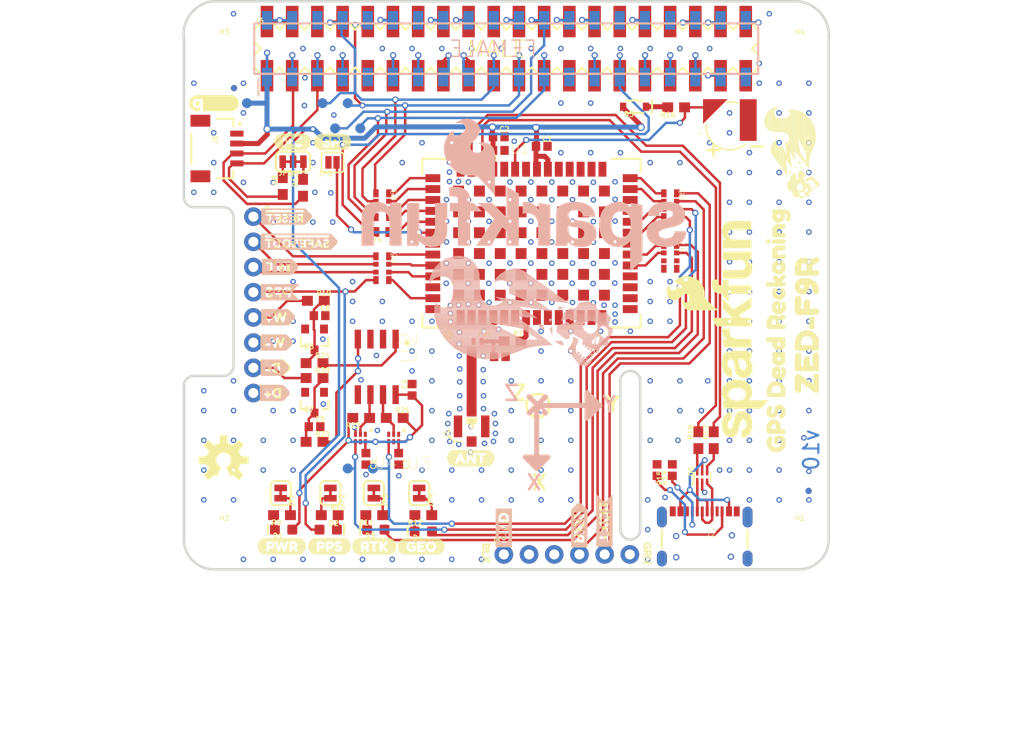
<source format=kicad_pcb>
(kicad_pcb (version 20211014) (generator pcbnew)
  (layers (0 "F.Cu" signal) (31 "B.Cu" signal) (34 "B.Paste" user) (35 "F.Paste" user) (36 "B.SilkS" user "B.Silkscreen") (37 "F.SilkS" user "F.Silkscreen") (38 "B.Mask" user) (39 "F.Mask" user) (44 "Edge.Cuts" user))
  (net 0 "")
  (net 1 "GND")
  (net 2 "3.3V")
  (net 3 "SCL/CLK")
  (net 4 "V_BATT")
  (net 5 "TXO/MISO")
  (net 6 "D_SEL")
  (net 7 "PPS")
  (net 8 "~{RESET}")
  (net 9 "N$2")
  (net 10 "RXI/MOSI")
  (net 11 "N$1")
  (net 12 "N$3")
  (net 13 "RF_IN")
  (net 14 "DMINUS")
  (net 15 "DPLUS")
  (net 16 "N$22")
  (net 17 "N$23")
  (net 18 "N$24")
  (net 19 "N$25")
  (net 20 "RTK_STAT")
  (net 21 "N$4")
  (net 22 "N$8")
  (net 23 "TX_READY")
  (net 24 "INT")
  (net 25 "SDA/~{CS}")
  (net 26 "TXO2")
  (net 27 "RXI2")
  (net 28 "N$5")
  (net 29 "V_RF")
  (net 30 "~{SAFEBOOT}")
  (net 31 "SHIELD")
  (net 32 "N$12")
  (net 33 "N$18")
  (net 34 "QWIIC_SCL")
  (net 35 "QWIIC_SDA")
  (net 36 "5V")
  (net 37 "N$10")
  (net 38 "N$9")
  (net 39 "N$11")
  (net 40 "N$6")
  (net 41 "N$7")
  (net 42 "GEOF_STAT")
  (net 43 "N$16")
  (net 44 "N$17")
  (net 45 "N$13")
  (net 46 "N$14")
  (net 47 "N$15")
  (net 48 "N$19")
  (net 49 "N$20")
  (net 50 "N$21")
  (net 51 "N$26")
  (net 52 "N$28")
  (net 53 "N$29")
  (net 54 "N$30")
  (net 55 "N$31")
  (net 56 "N$32")
  (net 57 "N$33")
  (net 58 "N$34")
  (net 59 "N$35")
  (net 60 "GP6")
  (net 61 "GP12")
  (net 62 "GP13")
  (net 63 "GP16")
  (net 64 "GP19")
  (net 65 "GP20")
  (net 66 "GP21")
  (net 67 "GP26")
  (net 68 "CE1")
  (net 69 "GP4")
  (net 70 "GP17")
  (net 71 "GP18")
  (net 72 "GP22")
  (net 73 "GP23")
  (net 74 "GP24")
  (net 75 "GP25")
  (net 76 "GP27")
  (net 77 "ID_SD")
  (net 78 "ID_SC")
  (net 79 "N$27")
  (net 80 "WT+")
  (net 81 "WT_IN")
  (net 82 "DIR+")
  (net 83 "N$36")
  (net 84 "DIR_IN")
  (net 85 "WT_SCHMITT")
  (net 86 "DIR_SCHMITT")
  (net 87 "WT_OUT")
  (net 88 "DIR_OUT")
  (footprint "boardEagle:0402" (layer "F.Cu") (at 129.684072 108.0666)
    (fp_text reference "C6")
    (fp_text value "1nF" hide)
  )
  (footprint "boardEagle:0603" (layer "F.Cu") (at 169.417622 120.6186 90)
    (fp_text reference "R17")
    (fp_text value "27")
  )
  (footprint "boardEagle:STAND-OFF-TIGHT" (layer "F.Cu") (at 119.508622 130.1346)
    (fp_text reference "H2")
    (fp_text value "STAND-OFFTIGHT")
  )
  (footprint "boardEagle:SOP_8-PIN" (layer "F.Cu") (at 135.316622 113.3506 -90)
    (fp_text reference "U2")
    (fp_text value "DUAL-OPTO_HCPL-073L")
  )
  (footprint "boardEagle:0402" (layer "F.Cu") (at 139.008622 115.5396 90)
    (fp_text reference "C4")
    (fp_text value "0.1uF")
  )
  (footprint "boardEagle:ML414H_IV01E" (layer "F.Cu") (at 171.041622 88.9486 90)
    (fp_text reference "BT1")
    (fp_text value "ML414H_IV01E_BATTERY")
  )
  (footprint "boardEagle:LED-0603" (layer "F.Cu") (at 135.350322 129.6346 180)
    (fp_text reference "D3")
    (fp_text value "BLUE")
  )
  (footprint "boardEagle:1206_RA" (layer "F.Cu") (at 165.006922 96.9316 -90)
    (fp_text reference "R6")
    (fp_text value "33")
  )
  (footprint "boardEagle:D#1" (layer "F.Cu") (at 123.181622 115.8576)
    (fp_text reference "U$23" hide)
    (fp_text value "" hide)
  )
  (footprint "boardEagle:JST04_1MM_RA" (layer "F.Cu") (at 121.342622 91.2166 -90)
    (fp_text reference "J5")
    (fp_text value "QWIIC_RIGHT_ANGLE")
  )
  (footprint "boardEagle:0603" (layer "F.Cu") (at 129.176072 114.3536)
    (fp_text reference "R20")
    (fp_text value "3.3k")
  )
  (footprint "boardEagle:GPS_DEAD_RECKONING0" (layer "F.Cu") (at 175.698622 123.4746 90)
    (fp_text reference "U$25" hide)
    (fp_text value "" hide)
  )
  (footprint "boardEagle:0402" (layer "F.Cu") (at 134.350622 122.4996 -90)
    (fp_text reference "C8")
    (fp_text value "0.1uF")
  )
  (footprint "boardEagle:0603" (layer "F.Cu") (at 135.194272 128.1746 180)
    (fp_text reference "R11")
    (fp_text value "1k")
  )
  (footprint "boardEagle:SOT23-3" (layer "F.Cu") (at 129.176072 110.4116 180)
    (fp_text reference "D8")
    (fp_text value "15V" hide)
  )
  (footprint "boardEagle:UBLOX_ZED_F9R" (layer "F.Cu") (at 151.008622 100.6346)
    (fp_text reference "U1")
    (fp_text value "U-BLOX_ZED_F9R")
  )
  (footprint "boardEagle:USB-C-16P" (layer "F.Cu") (at 168.508622 127.4556)
    (fp_text reference "J2")
    (fp_text value "")
    (fp_line (start -4.02 1.465) (end -4.02 0.365) (layer "Edge.Cuts") (width 0.01))
    (fp_line (start -4.02 5.4) (end -4.02 4.78) (layer "Edge.Cuts") (width 0.01))
    (fp_line (start 4.02 1.465) (end 4.02 0.365) (layer "Edge.Cuts") (width 0.01))
    (fp_line (start -4.62 5.4) (end -4.62 4.78) (layer "Edge.Cuts") (width 0.01))
    (fp_line (start 4.02 5.4) (end 4.02 4.78) (layer "Edge.Cuts") (width 0.01))
    (fp_line (start 4.62 5.4) (end 4.62 4.78) (layer "Edge.Cuts") (width 0.01))
    (fp_line (start 4.62 1.465) (end 4.62 0.365) (layer "Edge.Cuts") (width 0.01))
    (fp_line (start -4.62 1.465) (end -4.62 0.365) (layer "Edge.Cuts") (width 0.01))
    (fp_arc (start -4.62 0.365) (mid -4.32 0.065) (end -4.02 0.365) (layer "Edge.Cuts") (width 0.01))
    (fp_arc (start 4.02 0.365) (mid 4.32 0.065) (end 4.62 0.365) (layer "Edge.Cuts") (width 0.01))
    (fp_arc (start 4.62 5.4) (mid 4.32 5.7) (end 4.02 5.4) (layer "Edge.Cuts") (width 0.01))
    (fp_arc (start -4.62 4.78) (mid -4.32 4.48) (end -4.02 4.78) (layer "Edge.Cuts") (width 0.01))
    (fp_arc (start -4.02 1.465) (mid -4.32 1.765) (end -4.62 1.465) (layer "Edge.Cuts") (width 0.01))
    (fp_arc (start 4.02 4.78) (mid 4.32 4.48) (end 4.62 4.78) (layer "Edge.Cuts") (width 0.01))
    (fp_arc (start -4.02 5.4) (mid -4.32 5.7) (end -4.62 5.4) (layer "Edge.Cuts") (width 0.01))
    (fp_arc (start 4.62 1.465) (mid 4.32 1.765) (end 4.02 1.465) (layer "Edge.Cuts") (width 0.01))
  )
  (footprint "boardEagle:#SAFEBOOT0" (layer "F.Cu") (at 123.058622 100.6146)
    (fp_text reference "U$13" hide)
    (fp_text value "" hide)
  )
  (footprint "boardEagle:1X06_NO_SILK" (layer "F.Cu") (at 148.258622 132.1346)
    (fp_text reference "J3")
    (fp_text value "")
  )
  (footprint "boardEagle:LED-0603" (layer "F.Cu") (at 130.552572 129.6346)
    (fp_text reference "D2")
    (fp_text value "BLUE")
  )
  (footprint "boardEagle:SIP6" (layer "F.Cu") (at 137.143622 120.4046 180)
    (fp_text reference "U3")
    (fp_text value "UHS_INVERTER_SCHMITT_TRIGGERSIP6")
  )
  (footprint "boardEagle:0402" (layer "F.Cu") (at 129.176072 119.2616)
    (fp_text reference "C5")
    (fp_text value "1nF" hide)
  )
  (footprint "boardEagle:0603" (layer "F.Cu") (at 128.011622 95.177 90)
    (fp_text reference "R13")
    (fp_text value "2.2k" hide)
  )
  (footprint "boardEagle:0402" (layer "F.Cu") (at 163.703622 123.6346 -90)
    (fp_text reference "R14")
    (fp_text value "5.1k")
  )
  (footprint "boardEagle:GND-04" (layer "F.Cu") (at 148.258622 127.0466 -90)
    (fp_text reference "U$18" hide)
    (fp_text value "" hide)
  )
  (footprint "boardEagle:BLK2" (layer "F.Cu") (at 146.488622 130.3326 -90)
    (fp_text reference "U$17" hide)
    (fp_text value "" hide)
  )
  (footprint "boardEagle:0402_MURATA" (layer "F.Cu") (at 145.608622 110.6644)
    (fp_text reference "FB1")
    (fp_text value "120NH")
  )
  (footprint "boardEagle:0603" (layer "F.Cu") (at 133.874622 118.3776 180)
    (fp_text reference "R22")
    (fp_text value "910")
  )
  (footprint "boardEagle:SFE_LOGO_NAME_FLAME_.2" (layer "F.Cu") (at 172.047622 109.3756 90)
    (fp_text reference "LOGO3" hide)
    (fp_text value "SFE_LOGO_NAME_FLAME.2_INCH" hide)
  )
  (footprint "boardEagle:0603" (layer "F.Cu") (at 130.708622 128.1746)
    (fp_text reference "R10")
    (fp_text value "1k")
  )
  (footprint "boardEagle:I_SUPER2_C-()-04" (layer "F.Cu") (at 125.054622 90.5306)
    (fp_text reference "U$20" hide)
    (fp_text value "" hide)
  )
  (footprint "boardEagle:SOT23-3" (layer "F.Cu") (at 129.176072 116.7906 180)
    (fp_text reference "D7")
    (fp_text value "15V" hide)
  )
  (footprint "boardEagle:0603" (layer "F.Cu") (at 149.138222 110.6644)
    (fp_text reference "R2")
    (fp_text value "33")
  )
  (footprint "boardEagle:LED-0603" (layer "F.Cu") (at 140.138622 129.8246 180)
    (fp_text reference "D4")
    (fp_text value "BLUE")
  )
  (footprint "boardEagle:GEO0" (layer "F.Cu") (at 137.508622 131.3346)
    (fp_text reference "U$29" hide)
    (fp_text value "" hide)
  )
  (footprint "boardEagle:SMT-JUMPER_2_NC_TRACE_SILK" (layer "F.Cu") (at 130.771622 125.9531 -90)
    (fp_text reference "JP2")
    (fp_text value "JUMPER-SMT_2_NC_TRACE_SILK")
  )
  (footprint "boardEagle:0402" (layer "F.Cu") (at 152.079422 90.9998)
    (fp_text reference "C1")
    (fp_text value "1.0uF")
  )
  (footprint "boardEagle:SMT-JUMPER_2_NC_TRACE_SILK" (layer "F.Cu") (at 125.756622 125.9531 -90)
    (fp_text reference "JP1")
    (fp_text value "JUMPER-SMT_2_NC_TRACE_SILK")
  )
  (footprint "boardEagle:DEAD#RECKONING#GPS#BOARD#SILK#FINAL#JPG" (layer "F.Cu") (at 177.222622 91.5976 90)
    (fp_text reference "U$31" hide)
    (fp_text value "" hide)
  )
  (footprint "boardEagle:LED-0603" (layer "F.Cu") (at 126.053672 129.6346 180)
    (fp_text reference "D1")
    (fp_text value "RED")
  )
  (footprint "boardEagle:SPI0" (layer "F.Cu") (at 129.053622 90.5536)
    (fp_text reference "U$24" hide)
    (fp_text value "" hide)
  )
  (footprint "boardEagle:1206_RA" (layer "F.Cu") (at 135.983222 103.2816 -90)
    (fp_text reference "R3")
    (fp_text value "33")
  )
  (footprint "boardEagle:SMT-JUMPER_3_2-NC_TRACE_SILK" (layer "F.Cu") (at 127.008622 92.5426 180)
    (fp_text reference "JP6")
    (fp_text value "JUMPER-SMT_3_2-NC_TRACE_SILK")
  )
  (footprint "boardEagle:0603" (layer "F.Cu") (at 125.897622 128.1746 180)
    (fp_text reference "R9")
    (fp_text value "1k" hide)
  )
  (footprint "boardEagle:#RESET1" (layer "F.Cu") (at 123.181622 98.0746)
    (fp_text reference "U$7" hide)
    (fp_text value "" hide)
  )
  (footprint "boardEagle:0603" (layer "F.Cu") (at 136.008622 99.6346 180)
    (fp_text reference "R4")
    (fp_text value "33")
  )
  (footprint "boardEagle:SOD-323" (layer "F.Cu") (at 161.431222 87.0034 180)
    (fp_text reference "D5")
    (fp_text value "0.5A/40V/420mV")
  )
  (footprint "boardEagle:0603" (layer "F.Cu") (at 125.974822 94.9992 90)
    (fp_text reference "R8")
    (fp_text value "2.2k" hide)
  )
  (footprint "boardEagle:STAND-OFF-TIGHT" (layer "F.Cu") (at 177.508622 81.1346)
    (fp_text reference "H4")
    (fp_text value "STAND-OFFTIGHT")
  )
  (footprint "boardEagle:W#2" (layer "F.Cu") (at 123.331622 108.2346)
    (fp_text reference "U$27" hide)
    (fp_text value "" hide)
  )
  (footprint "boardEagle:W#3" (layer "F.Cu") (at 123.208622 110.7746)
    (fp_text reference "U$28" hide)
    (fp_text value "" hide)
  )
  (footprint "boardEagle:PPS4" (layer "F.Cu") (at 123.308622 105.6946)
    (fp_text reference "U$2" hide)
    (fp_text value "" hide)
  )
  (footprint "boardEagle:PPS6" (layer "F.Cu") (at 128.454622 131.3206)
    (fp_text reference "U$3" hide)
    (fp_text value "" hide)
  )
  (footprint "boardEagle:OSHW-LOGO-M" (layer "F.Cu") (at 120.008622 122.6346)
    (fp_text reference "LOGO2" hide)
    (fp_text value "OSHW-LOGOM" hide)
  )
  (footprint "boardEagle:0402" (layer "F.Cu") (at 147.745422 91.4092 180)
    (fp_text reference "R1")
    (fp_text value "100K")
  )
  (footprint "boardEagle:RXI28" (layer "F.Cu") (at 155.864622 126.9116 -90)
    (fp_text reference "U$6" hide)
    (fp_text value "" hide)
  )
  (footprint "boardEagle:1206_RA" (layer "F.Cu") (at 135.983222 96.9316 -90)
    (fp_text reference "R5")
    (fp_text value "33")
  )
  (footprint "boardEagle:SIP6" (layer "F.Cu") (at 133.789622 120.4046 180)
    (fp_text reference "U4")
    (fp_text value "UHS_INVERTER_SCHMITT_TRIGGERSIP6")
  )
  (footprint "boardEagle:1X08_NO_SILK" (layer "F.Cu") (at 123.008622 98.0846 -90)
    (fp_text reference "J4")
    (fp_text value "")
  )
  (footprint "boardEagle:TXO21" (layer "F.Cu") (at 158.404622 125.9846 -90)
    (fp_text reference "U$10" hide)
    (fp_text value "" hide)
  )
  (footprint "boardEagle:0603" (layer "F.Cu") (at 129.176072 120.7846)
    (fp_text reference "R23")
    (fp_text value "470")
  )
  (footprint "boardEagle:QWIIC_5MM" (layer "F.Cu") (at 119.008622 86.6346)
    (fp_text reference "LOGO1" hide)
    (fp_text value "QWIIC_LOGO_5MM" hide)
  )
  (footprint "boardEagle:0402" (layer "F.Cu") (at 165.242222 123.6346 -90)
    (fp_text reference "R15")
    (fp_text value "5.1k")
  )
  (footprint "boardEagle:SMT-JUMPER_2_NO_SILK" (layer "F.Cu") (at 130.983222 92.6142 180)
    (fp_text reference "JP5")
    (fp_text value "JUMPER-SMT_2_NO_SILK")
  )
  (footprint "boardEagle:STAND-OFF-TIGHT" (layer "F.Cu") (at 177.508622 130.1346)
    (fp_text reference "H1")
    (fp_text value "STAND-OFFTIGHT")
  )
  (footprint "boardEagle:SMT-JUMPER_2_NC_TRACE_SILK" (layer "F.Cu") (at 139.726622 125.9531 -90)
    (fp_text reference "JP4")
    (fp_text value "JUMPER-SMT_2_NC_TRACE_SILK")
  )
  (footprint "boardEagle:0603" (layer "F.Cu") (at 167.865622 120.6186 90)
    (fp_text reference "R18")
    (fp_text value "27")
  )
  (footprint "boardEagle:PWR7" (layer "F.Cu") (at 123.370622 131.3206)
    (fp_text reference "U$4" hide)
    (fp_text value "" hide)
  )
  (footprint "boardEagle:RTK5" (layer "F.Cu") (at 132.895622 131.3206)
    (fp_text reference "U$5" hide)
    (fp_text value "" hide)
  )
  (footprint "boardEagle:1206_RA" (layer "F.Cu") (at 165.006922 102.1386 -90)
    (fp_text reference "R7")
    (fp_text value "33")
  )
  (footprint "boardEagle:FIDUCIAL-MICRO" (layer "F.Cu") (at 121.056622 85.1266)
    (fp_text reference "FD3" hide)
    (fp_text value "FIDUCIALUFIDUCIAL" hide)
  )
  (footprint "boardEagle:0603" (layer "F.Cu") (at 129.176072 112.8506)
    (fp_text reference "R24")
    (fp_text value "470")
  )
  (footprint "boardEagle:0603" (layer "F.Cu") (at 137.258622 118.3776)
    (fp_text reference "R21")
    (fp_text value "910")
  )
  (footprint "boardEagle:ZED#F9R0" (layer "F.Cu") (at 178.797622 117.8956 90)
    (fp_text reference "U$26" hide)
    (fp_text value "" hide)
  )
  (footprint "boardEagle:0603" (layer "F.Cu") (at 140.138622 128.1736 180)
    (fp_text reference "R12")
    (fp_text value "1k")
  )
  (footprint "boardEagle:D#0" (layer "F.Cu") (at 123.254622 113.3076)
    (fp_text reference "U$22" hide)
    (fp_text value "" hide)
  )
  (footprint "boardEagle:SOT886" (layer "F.Cu") (at 168.251822 124.329 90)
    (fp_text reference "D6")
    (fp_text value "PRTR5V0U2F")
  )
  (footprint "boardEagle:0603" (layer "F.Cu") (at 165.627222 87.0666 180)
    (fp_text reference "R16")
    (fp_text value "3.3k")
  )
  (footprint "boardEagle:STAND-OFF-TIGHT" (layer "F.Cu") (at 119.508622 81.1346)
    (fp_text reference "H3")
    (fp_text value "STAND-OFFTIGHT")
  )
  (footprint "boardEagle:INT1" (layer "F.Cu") (at 123.381622 103.1546)
    (fp_text reference "U$1" hide)
    (fp_text value "" hide)
  )
  (footprint "boardEagle:RASPBERRY_PI_HAT_40_PIN_SMD_STACKABLE_NOHOLES_NOREF" (layer "F.Cu") (at 124.380622 82.4186)
    (fp_text reference "J6")
    (fp_text value "RASPBERRYPI-40-PIN-GPIO_SMD_STACK_NOHOLES_NOREF")
  )
  (footprint "boardEagle:FIDUCIAL-MICRO" (layer "F.Cu") (at 178.981822 125.7328 90)
    (fp_text reference "FD1" hide)
    (fp_text value "FIDUCIALUFIDUCIAL" hide)
  )
  (footprint "boardEagle:SMT-JUMPER_2_NC_TRACE_SILK" (layer "F.Cu") (at 135.154622 125.9531 -90)
    (fp_text reference "JP3")
    (fp_text value "JUMPER-SMT_2_NC_TRACE_SILK")
  )
  (footprint "boardEagle:0402" (layer "F.Cu") (at 137.652622 122.4996 -90)
    (fp_text reference "C7")
    (fp_text value "0.1uF")
  )
  (footprint "boardEagle:0603" (layer "F.Cu") (at 129.303072 106.5676)
    (fp_text reference "R19")
    (fp_text value "3.3k")
  )
  (footprint "boardEagle:U.FL" (layer "F.Cu") (at 145.008622 119.2288 90)
    (fp_text reference "J1")
    (fp_text value "U.FL")
  )
  (footprint "boardEagle:0402" (layer "F.Cu") (at 147.745422 90.0346)
    (fp_text reference "C2")
    (fp_text value "1.0uF")
  )
  (footprint "boardEagle:ANT1" (layer "F.Cu") (at 142.424622 122.4316)
    (fp_text reference "U$21" hide)
    (fp_text value "" hide)
  )
  (footprint "boardEagle:GRN1" (layer "F.Cu") (at 162.744622 130.2056 -90)
    (fp_text reference "U$30" hide)
    (fp_text value "" hide)
  )
  (footprint "boardEagle:0402" (layer "F.Cu") (at 147.854622 112.196)
    (fp_text reference "C3")
    (fp_text value "47pF")
  )
  (footprint "boardEagle:CREATIVE_COMMONS" (layer "F.Cu") (at 117.786622 149.8906)
    (fp_text reference "FRAME1" hide)
    (fp_text value "FRAME-LEDGER" hide)
  )
  (footprint "boardEagle:DEAD#RECKONING#GPS#BOARD#SILK#FINAL#JPG" (layer "B.Cu") (at 149.917622 107.4726 180)
    (fp_text reference "U$36" hide)
    (fp_text value "" hide)
  )
  (footprint "boardEagle:GND-04" (layer "B.Cu") (at 148.258622 131.8726 90)
    (fp_text reference "U$19" hide)
    (fp_text value "" hide)
  )
  (footprint "boardEagle:PAD.03X.04" (layer "B.Cu") (at 132.518622 123.4746 -90)
    (fp_text reference "TP7" hide)
    (fp_text value "TEST-POINT3X4" hide)
  )
  (footprint "boardEagle:D#1" (layer "B.Cu") (at 126.654622 113.3076 180)
    (fp_text reference "U$33" hide)
    (fp_text value "" hide)
  )
  (footprint "boardEagle:PAD.03X.04" (layer "B.Cu") (at 133.788622 89.1846 -90)
    (fp_text reference "TP3" hide)
    (fp_text value "TEST-POINT3X4" hide)
  )
  (footprint "boardEagle:#RESET2" (layer "B.Cu") (at 129.131622 98.0746 180)
    (fp_text reference "U$8" hide)
    (fp_text value "" hide)
  )
  (footprint "boardEagle:#SAFEBOOT3" (layer "B.Cu") (at 131.758622 100.6146 180)
    (fp_text reference "U$15" hide)
    (fp_text value "" hide)
  )
  (footprint "boardEagle:PAD.03X.04" (layer "B.Cu") (at 122.358622 86.6446 180)
    (fp_text reference "TP5" hide)
    (fp_text value "TEST-POINT3X4" hide)
  )
  (footprint "boardEagle:PAD.03X.04" (layer "B.Cu") (at 131.248622 89.1846 -90)
    (fp_text reference "TP4" hide)
    (fp_text value "TEST-POINT3X4" hide)
  )
  (footprint "boardEagle:TXO25" (layer "B.Cu") (at 158.404622 131.8726 90)
    (fp_text reference "U$16" hide)
    (fp_text value "" hide)
  )
  (footprint "boardEagle:FIDUCIAL-MICRO" (layer "B.Cu") (at 121.056622 85.1266 180)
    (fp_text reference "FD4" hide)
    (fp_text value "FIDUCIALUFIDUCIAL" hide)
  )
  (footprint "boardEagle:FIDUCIAL-MICRO" (layer "B.Cu") (at 178.981822 125.7328 -90)
    (fp_text reference "FD2" hide)
    (fp_text value "FIDUCIALUFIDUCIAL" hide)
  )
  (footprint "boardEagle:INT2" (layer "B.Cu") (at 127.638622 103.1546 180)
    (fp_text reference "U$11" hide)
    (fp_text value "" hide)
  )
  (footprint "boardEagle:W#2" (layer "B.Cu") (at 127.281622 108.2346 180)
    (fp_text reference "U$34" hide)
    (fp_text value "" hide)
  )
  (footprint "boardEagle:PAD.03X.04" (layer "B.Cu") (at 129.978622 86.6446 -90)
    (fp_text reference "TP1" hide)
    (fp_text value "TEST-POINT3X4" hide)
  )
  (footprint "boardEagle:PPS1" (layer "B.Cu") (at 127.719622 105.6946 180)
    (fp_text reference "U$12" hide)
    (fp_text value "" hide)
  )
  (footprint "boardEagle:D#0" (layer "B.Cu") (at 126.758622 115.8576 180)
    (fp_text reference "U$32" hide)
    (fp_text value "" hide)
  )
  (footprint "boardEagle:PAD.03X.04" (layer "B.Cu") (at 132.518622 86.6446 -90)
    (fp_text reference "TP2" hide)
    (fp_text value "TEST-POINT3X4" hide)
  )
  (footprint "boardEagle:SFE_LOGO_NAME_FLAME_.3" (layer "B.Cu") (at 150.298622 99.3446 180)
    (fp_text reference "U$9" hide)
    (fp_text value "" hide)
  )
  (footprint "boardEagle:RXI26" (layer "B.Cu") (at 155.864622 131.8726 90)
    (fp_text reference "U$14" hide)
    (fp_text value "" hide)
  )
  (footprint "boardEagle:W#3" (layer "B.Cu") (at 127.108622 110.7746 180)
    (fp_text reference "U$35" hide)
    (fp_text value "" hide)
  )
  (footprint "boardEagle:PAD.03X.04" (layer "B.Cu") (at 135.058622 123.4746 -90)
    (fp_text reference "TP6" hide)
    (fp_text value "TEST-POINT3X4" hide)
  )
  (gr_line (start 151.568622 123.4746) (end 152.711622 122.3316) (layer "B.SilkS") (width 0.508))
  (gr_line (start 152.711622 122.3316) (end 150.425622 122.3316) (layer "B.SilkS") (width 0.508))
  (gr_line (start 156.902622 117.6326) (end 157.029622 117.5056) (layer "B.SilkS") (width 0.508))
  (gr_line (start 157.918622 117.1246) (end 156.648622 118.3946) (layer "B.SilkS") (width 0.508))
  (gr_line (start 150.806622 117.8866) (end 152.457622 116.2356) (layer "B.SilkS") (width 0.508))
  (gr_line (start 157.410622 117.1246) (end 157.029622 117.5056) (layer "B.SilkS") (width 0.508))
  (gr_line (start 151.568622 117.1246) (end 156.648622 117.1246) (layer "B.SilkS") (width 0.508))
  (gr_line (start 156.648622 118.3946) (end 156.648622 115.8546) (layer "B.SilkS") (width 0.508))
  (gr_line (start 157.029622 117.5056) (end 157.029622 116.6166) (layer "B.SilkS") (width 0.508))
  (gr_line (start 150.425622 122.3316) (end 151.441622 123.3476) (layer "B.SilkS") (width 0.508))
  (gr_line (start 150.806622 116.2356) (end 152.457622 117.8866) (layer "B.SilkS") (width 0.508))
  (gr_line (start 156.648622 115.8546) (end 157.918622 117.1246) (layer "B.SilkS") (width 0.508))
  (gr_line (start 151.949622 122.5856) (end 151.822622 122.7126) (layer "B.SilkS") (width 0.508))
  (gr_line (start 151.822622 122.7126) (end 151.187622 122.7126) (layer "B.SilkS") (width 0.508))
  (gr_line (start 151.568622 122.9666) (end 151.822622 122.7126) (layer "B.SilkS") (width 0.508))
  (gr_line (start 151.568622 123.4746) (end 151.568622 123.3476) (layer "B.SilkS") (width 0.254))
  (gr_line (start 151.441622 123.3476) (end 151.568622 123.3476) (layer "B.SilkS") (width 0.508))
  (gr_line (start 151.568622 123.3476) (end 151.568622 122.9666) (layer "B.SilkS") (width 0.508))
  (gr_line (start 151.568622 117.1246) (end 151.568622 122.2046) (layer "B.SilkS") (width 0.508))
  (gr_line (start 157.918622 117.1246) (end 157.410622 117.1246) (layer "B.SilkS") (width 0.508))
  (gr_line (start 151.568622 123.4746) (end 150.425622 122.3316) (layer "F.SilkS") (width 0.508))
  (gr_circle (center 151.695622 117.1246) (end 152.866503 117.1246) (layer "F.SilkS") (width 0.254) (fill none))
  (gr_line (start 151.187622 122.5856) (end 151.314622 122.7126) (layer "F.SilkS") (width 0.508))
  (gr_line (start 151.695622 123.3476) (end 151.568622 123.3476) (layer "F.SilkS") (width 0.508))
  (gr_line (start 156.902622 116.6166) (end 157.029622 116.7436) (layer "F.SilkS") (width 0.508))
  (gr_line (start 156.648622 115.8546) (end 156.648622 118.3946) (layer "F.SilkS") (width 0.508))
  (gr_line (start 157.029622 116.7436) (end 157.029622 117.6326) (layer "F.SilkS") (width 0.508))
  (gr_line (start 151.314622 122.7126) (end 151.949622 122.7126) (layer "F.SilkS") (width 0.508))
  (gr_line (start 152.711622 122.3316) (end 151.695622 123.3476) (layer "F.SilkS") (width 0.508))
  (gr_line (start 151.568622 117.1246) (end 157.410622 117.1246) (layer "F.SilkS") (width 0.508))
  (gr_line (start 151.568622 123.3476) (end 151.568622 122.9666) (layer "F.SilkS") (width 0.508))
  (gr_line (start 151.568622 123.4746) (end 151.568622 123.3476) (layer "F.SilkS") (width 0.254))
  (gr_line (start 151.568622 122.9666) (end 151.314622 122.7126) (layer "F.SilkS") (width 0.508))
  (gr_line (start 150.425622 122.3316) (end 152.711622 122.3316) (layer "F.SilkS") (width 0.508))
  (gr_line (start 157.410622 117.1246) (end 157.029622 116.7436) (layer "F.SilkS") (width 0.508))
  (gr_line (start 151.568622 117.1246) (end 151.568622 122.2046) (layer "F.SilkS") (width 0.508))
  (gr_line (start 157.918622 117.1246) (end 157.410622 117.1246) (layer "F.SilkS") (width 0.508))
  (gr_line (start 156.648622 118.3946) (end 157.918622 117.1246) (layer "F.SilkS") (width 0.508))
  (gr_line (start 157.918622 117.1246) (end 156.648622 115.8546) (layer "F.SilkS") (width 0.508))
  (gr_arc (start 162.008622 129.6346) (mid 161.715729 130.341707) (end 161.008622 130.6346) (layer "Edge.Cuts") (width 0.254))
  (gr_arc (start 161.008622 130.6346) (mid 160.301515 130.341707) (end 160.008622 129.6346) (layer "Edge.Cuts") (width 0.254))
  (gr_line (start 116.008622 130.6346) (end 116.008622 115.1346) (layer "Edge.Cuts") (width 0.254))
  (gr_line (start 117.008622 114.1346) (end 120.008622 114.1346) (layer "Edge.Cuts") (width 0.254))
  (gr_arc (start 177.881622 76.3726) (mid 180.224258 77.605977) (end 181.008622 80.1346) (layer "Edge.Cuts") (width 0.254))
  (gr_arc (start 120.008622 97.1346) (mid 120.715729 97.427493) (end 121.008622 98.1346) (layer "Edge.Cuts") (width 0.254))
  (gr_arc (start 117.008622 97.1346) (mid 116.301515 96.841707) (end 116.008622 96.1346) (layer "Edge.Cuts") (width 0.254))
  (gr_line (start 116.008622 96.1346) (end 116.008622 80.1346) (layer "Edge.Cuts") (width 0.254))
  (gr_arc (start 160.008622 114.6346) (mid 160.301515 113.927493) (end 161.008622 113.6346) (layer "Edge.Cuts") (width 0.254))
  (gr_line (start 120.008622 97.1346) (end 117.008622 97.1346) (layer "Edge.Cuts") (width 0.254))
  (gr_line (start 160.008622 114.6346) (end 160.008622 129.6346) (layer "Edge.Cuts") (width 0.254))
  (gr_line (start 162.008622 129.6346) (end 162.008622 114.6346) (layer "Edge.Cuts") (width 0.254))
  (gr_line (start 181.008622 130.6346) (end 181.008622 80.1346) (layer "Edge.Cuts") (width 0.254))
  (gr_arc (start 116.008622 80.1346) (mid 116.665986 77.658582) (end 118.881622 76.3726) (layer "Edge.Cuts") (width 0.254))
  (gr_line (start 177.881622 76.3726) (end 118.881622 76.3726) (layer "Edge.Cuts") (width 0.254))
  (gr_arc (start 121.008622 113.1346) (mid 120.715729 113.841707) (end 120.008622 114.1346) (layer "Edge.Cuts") (width 0.254))
  (gr_arc (start 119.008622 133.6346) (mid 116.887302 132.75592) (end 116.008622 130.6346) (layer "Edge.Cuts") (width 0.254))
  (gr_arc (start 181.008622 130.6346) (mid 180.129942 132.75592) (end 178.008622 133.6346) (layer "Edge.Cuts") (width 0.254))
  (gr_line (start 121.008622 113.1346) (end 121.008622 98.1346) (layer "Edge.Cuts") (width 0.254))
  (gr_arc (start 161.008622 113.6346) (mid 161.715729 113.927493) (end 162.008622 114.6346) (layer "Edge.Cuts") (width 0.254))
  (gr_arc (start 116.008622 115.1346) (mid 116.301515 114.427493) (end 117.008622 114.1346) (layer "Edge.Cuts") (width 0.254))
  (gr_line (start 119.008622 133.6346) (end 178.008622 133.6346) (layer "Edge.Cuts") (width 0.254))
  (gr_text "v10" (at 180.163622 119.3806 -270) (layer "B.Cu") (effects (font (size 1.56464 1.56464) (thickness 0.21336)) (justify left bottom mirror)))
  (gr_text "Y" (at 159.696622 117.8866) (layer "B.SilkS") (effects (font (size 1.5113 1.5113) (thickness 0.2667)) (justify left bottom mirror)))
  (gr_text "Z" (at 149.917622 116.7436) (layer "B.SilkS") (effects (font (size 1.5113 1.5113) (thickness 0.2667)) (justify left bottom mirror)))
  (gr_text "X" (at 152.203622 125.7606) (layer "B.SilkS") (effects (font (size 1.5113 1.5113) (thickness 0.2667)) (justify left bottom mirror)))
  (gr_text "X" (at 150.933622 125.7606) (layer "F.SilkS") (effects (font (size 1.5113 1.5113) (thickness 0.2667)) (justify left bottom)))
  (gr_text "Y" (at 158.426622 117.8866) (layer "F.SilkS") (effects (font (size 1.5113 1.5113) (thickness 0.2667)) (justify left bottom)))
  (gr_text "+" (at 168.285622 92.1606) (layer "F.SilkS") (effects (font (size 1.5113 1.5113) (thickness 0.2667)) (justify left bottom)))
  (gr_text "-" (at 172.689622 91.7876) (layer "F.SilkS") (effects (font (size 1.5113 1.5113) (thickness 0.2667)) (justify left bottom)))
  (gr_text "Z" (at 148.901622 116.7436) (layer "F.SilkS") (effects (font (size 1.5113 1.5113) (thickness 0.2667)) (justify left bottom)))
  (segment (start 168.251822 125.6278) (end 168.508622 125.8846) (width 0.254) (layer "F.Cu") (net 1))
  (segment (start 133.297622 120.0236) (end 133.297622 119.4236) (width 0.254) (layer "F.Cu") (net 1))
  (segment (start 168.251822 124.759) (end 168.251822 125.6278) (width 0.254) (layer "F.Cu") (net 1))
  (segment (start 133.297622 119.4236) (end 133.208622 119.3346) (width 0.254) (layer "F.Cu") (net 1))
  (via (at 179.008622 105.6346) (size 0.5588) (drill 0.3048) (layers "F.Cu" "B.Cu") (net 1))
  (via (at 165.008622 108.6346) (size 0.5588) (drill 0.3048) (layers "F.Cu" "B.Cu") (net 1))
  (via (at 144.685222 96.3728) (size 0.5588) (drill 0.3048) (layers "F.Cu" "B.Cu") (net 1))
  (via (at 130.058622 116.9846) (size 0.5588) (drill 0.3048) (layers "F.Cu" "B.Cu") (net 1))
  (via (at 176.008622 114.6346) (size 0.5588) (drill 0.3048) (layers "F.Cu" "B.Cu") (net 1))
  (via (at 173.008622 111.6346) (size 0.5588) (drill 0.3048) (layers "F.Cu" "B.Cu") (net 1))
  (via (at 147.308622 117.9416) (size 0.5588) (drill 0.3048) (layers "F.Cu" "B.Cu") (net 1))
  (via (at 179.008622 123.7616) (size 0.5588) (drill 0.3048) (layers "F.Cu" "B.Cu") (net 1))
  (via (at 146.768022 100.64) (size 0.5588) (drill 0.3048) (layers "F.Cu" "B.Cu") (net 1))
  (via (at 169.008622 81.1346) (size 0.5588) (drill 0.3048) (layers "F.Cu" "B.Cu") (net 1))
  (via (at 148.876222 106.736) (size 0.5588) (drill 0.3048) (layers "F.Cu" "B.Cu") (net 1))
  (via (at 171.008622 120.6346) (size 0.5588) (drill 0.3048) (layers "F.Cu" "B.Cu") (net 1))
  (via (at 176.008622 84.6346) (size 0.5588) (drill 0.3048) (layers "F.Cu" "B.Cu") (net 1))
  (via (at 147.408622 119.9416) (size 0.5588) (drill 0.3048) (layers "F.Cu" "B.Cu") (net 1))
  (via (at 155.175422 94.5948) (size 0.5588) (drill 0.3048) (layers "F.Cu" "B.Cu") (net 1))
  (via (at 155.175422 98.5572) (size 0.5588) (drill 0.3048) (layers "F.Cu" "B.Cu") (net 1))
  (via (at 129.008622 92.6346) (size 0.5588) (drill 0.3048) (layers "F.Cu" "B.Cu") (net 1))
  (via (at 152.008622 114.6346) (size 0.5588) (drill 0.3048) (layers "F.Cu" "B.Cu") (net 1))
  (via (at 146.008622 132.6346) (size 0.5588) (drill 0.3048) (layers "F.Cu" "B.Cu") (net 1))
  (via (at 131.008622 132.6346) (size 0.5588) (drill 0.3048) (layers "F.Cu" "B.Cu") (net 1))
  (via (at 142.450022 104.8056) (size 0.5588) (drill 0.3048) (layers "F.Cu" "B.Cu") (net 1))
  (via (at 162.758622 132.6346) (size 0.5588) (drill 0.3048) (layers "F.Cu" "B.Cu") (net 1))
  (via (at 152.008622 123.6346) (size 0.5588) (drill 0.3048) (layers "F.Cu" "B.Cu") (net 1))
  (via (at 149.008622 114.6346) (size 0.5588) (drill 0.3048) (layers "F.Cu" "B.Cu") (net 1))
  (via (at 163.008622 106.6346) (size 0.5588) (drill 0.3048) (layers "F.Cu" "B.Cu") (net 1))
  (via (at 157.283622 106.7614) (size 0.5588) (drill 0.3048) (layers "F.Cu" "B.Cu") (net 1))
  (via (at 130.808622 95.6846) (size 0.5588) (drill 0.3048) (layers "F.Cu" "B.Cu") (net 1))
  (via (at 152.008622 111.6346) (size 0.5588) (drill 0.3048) (layers "F.Cu" "B.Cu") (net 1))
  (via (at 174.008622 82.6346) (size 0.5588) (drill 0.3048) (layers "F.Cu" "B.Cu") (net 1))
  (via (at 173.008622 99.6346) (size 0.5588) (drill 0.3048) (layers "F.Cu" "B.Cu") (net 1))
  (via (at 136.008622 81.1346) (size 0.5588) (drill 0.3048) (layers "F.Cu" "B.Cu") (net 1))
  (via (at 141.008622 114.6346) (size 0.5588) (drill 0.3048) (layers "F.Cu" "B.Cu") (net 1))
  (via (at 135.508622 119.6346) (size 0.5588) (drill 0.3048) (layers "F.Cu" "B.Cu") (net 1))
  (via (at 179.008622 87.6346) (size 0.5588) (drill 0.3048) (layers "F.Cu" "B.Cu") (net 1))
  (via (at 150.984422 96.3728) (size 0.5588) (drill 0.3048) (layers "F.Cu" "B.Cu") (net 1))
  (via (at 179.008622 84.6346) (size 0.5588) (drill 0.3048) (layers "F.Cu" "B.Cu") (net 1))
  (via (at 176.008622 120.6346) (size 0.5588) (drill 0.3048) (layers "F.Cu" "B.Cu") (net 1))
  (via (at 143.685222 94.5448) (size 0.5588) (drill 0.3048) (layers "F.Cu" "B.Cu") (net 1))
  (via (at 146.768022 96.3728) (size 0.5588) (drill 0.3048) (layers "F.Cu" "B.Cu") (net 1))
  (via (at 171.008622 123.6346) (size 0.5588) (drill 0.3048) (layers "F.Cu" "B.Cu") (net 1))
  (via (at 122.008622 132.6346) (size 0.5588) (drill 0.3048) (layers "F.Cu" "B.Cu") (net 1))
  (via (at 143.685222 106.986) (size 0.5588) (drill 0.3048) (layers "F.Cu" "B.Cu") (net 1))
  (via (at 118.008622 126.6346) (size 0.5588) (drill 0.3048) (layers "F.Cu" "B.Cu") (net 1))
  (via (at 150.984422 106.736) (size 0.5588) (drill 0.3048) (layers "F.Cu" "B.Cu") (net 1))
  (via (at 166.008622 117.6346) (size 0.5588) (drill 0.3048) (layers "F.Cu" "B.Cu") (net 1))
  (via (at 125.008622 110.6346) (size 0.5588) (drill 0.3048) (layers "F.Cu" "B.Cu") (net 1))
  (via (at 139.008622 81.1346) (size 0.5588) (drill 0.3048) (layers "F.Cu" "B.Cu") (net 1))
  (via (at 142.808622 120.7416) (size 0.5588) (drill 0.3048) (layers "F.Cu" "B.Cu") (net 1))
  (via (at 118.008622 123.6346) (size 0.5588) (drill 0.3048) (layers "F.Cu" "B.Cu") (net 1))
  (via (at 173.008622 114.6346) (size 0.5588) (drill 0.3048) (layers "F.Cu" "B.Cu") (net 1))
  (via (at 159.468022 96.3474) (size 0.5588) (drill 0.3048) (layers "F.Cu" "B.Cu") (net 1))
  (via (at 118.008622 115.6346) (size 0.5588) (drill 0.3048) (layers "F.Cu" "B.Cu") (net 1))
  (via (at 148.850822 104.8056) (size 0.5588) (drill 0.3048) (layers "F.Cu" "B.Cu") (net 1))
  (via (at 176.008622 93.6346) (size 0.5588) (drill 0.3048) (layers "F.Cu" "B.Cu") (net 1))
  (via (at 146.768022 94.5948) (size 0.5588) (drill 0.3048) (layers "F.Cu" "B.Cu") (net 1))
  (via (at 147.208622 120.7416) (size 0.5588) (drill 0.3048) (layers "F.Cu" "B.Cu") (net 1))
  (via (at 149.308622 90.4846) (size 0.5588) (drill 0.3048) (layers "F.Cu" "B.Cu") (net 1))
  (via (at 173.008622 117.6346) (size 0.5588) (drill 0.3048) (layers "F.Cu" "B.Cu") (net 1))
  (via (at 146.181622 112.1146) (size 0.5588) (drill 0.3048) (layers "F.Cu" "B.Cu") (net 1))
  (via (at 159.468022 107.0106) (size 0.5588) (drill 0.3048) (layers "F.Cu" "B.Cu") (net 1))
  (via (at 163.008622 120.6346) (size 0.5588) (drill 0.3048) (layers "F.Cu" "B.Cu") (net 1))
  (via (at 171.008622 87.6346) (size 0.5588) (drill 0.3048) (layers "F.Cu" "B.Cu") (net 1))
  (via (at 136.008622 106.6346) (size 0.5588) (drill 0.3048) (layers "F.Cu" "B.Cu") (net 1))
  (via (at 119.008622 95.6346) (size 0.5588) (drill 0.3048) (layers "F.Cu" "B.Cu") (net 1))
  (via (at 173.008622 126.6346) (size 0.5588) (drill 0.3048) (layers "F.Cu" "B.Cu") (net 1))
  (via (at 150.984422 100.64) (size 0.5588) (drill 0.3048) (layers "F.Cu" "B.Cu") (net 1))
  (via (at 162.758622 129.6346) (size 0.5588) (drill 0.3048) (layers "F.Cu" "B.Cu") (net 1))
  (via (at 127.008622 123.6346) (size 0.5588) (drill 0.3048) (layers "F.Cu" "B.Cu") (net 1))
  (via (at 139.008622 108.6346) (size 0.5588) (drill 0.3048) (layers "F.Cu" "B.Cu") (net 1))
  (via (at 155.008622 123.6346) (size 0.5588) (drill 0.3048) (layers "F.Cu" "B.Cu") (net 1))
  (via (at 173.008622 108.6346) (size 0.5588) (drill 0.3048) (layers "F.Cu" "B.Cu") (net 1))
  (via (at 158.008622 109.6346) (size 0.5588) (drill 0.3048) (layers "F.Cu" "B.Cu") (net 1))
  (via (at 139.008622 113.6346) (size 0.5588) (drill 0.3048) (layers "F.Cu" "B.Cu") (net 1))
  (via (at 150.959022 104.8056) (size 0.5588) (drill 0.3048) (layers "F.Cu" "B.Cu") (net 1))
  (via (at 119.008622 92.6346) (size 0.5588) (drill 0.3048) (layers "F.Cu" "B.Cu") (net 1))
  (via (at 143.008622 90.6346) (size 0.5588) (drill 0.3048) (layers "F.Cu" "B.Cu") (net 1))
  (via (at 168.808622 114.6346) (size 0.5588) (drill 0.3048) (layers "F.Cu" "B.Cu") (net 1))
  (via (at 165.008622 106.6346) (size 0.5588) (drill 0.3048) (layers "F.Cu" "B.Cu") (net 1))
  (via (at 146.008622 123.6346) (size 0.5588) (drill 0.3048) (layers "F.Cu" "B.Cu") (net 1))
  (via (at 127.008622 117.6346) (size 0.5588) (drill 0.3048) (layers "F.Cu" "B.Cu") (net 1))
  (via (at 142.475422 100.64) (size 0.5588) (drill 0.3048) (layers "F.Cu" "B.Cu") (net 1))
  (via (at 138.008622 92.6346) (size 0.5588) (drill 0.3048) (layers "F.Cu" "B.Cu") (net 1))
  (via (at 152.008622 126.6346) (size 0.5588) (drill 0.3048) (layers "F.Cu" "B.Cu") (net 1))
  (via (at 125.008622 132.6346) (size 0.5588) (drill 0.3048) (layers "F.Cu" "B.Cu") (net 1))
  (via (at 140.008622 90.6346) (size 0.5588) (drill 0.3048) (layers "F.Cu" "B.Cu") (net 1))
  (via (at 128.008622 81.1346) (size 0.5588) (drill 0.3048) (layers "F.Cu" "B.Cu") (net 1))
  (via (at 146.768022 106.736) (size 0.5588) (drill 0.3048) (layers "F.Cu" "B.Cu") (net 1))
  (via (at 176.008622 99.6346) (size 0.5588) (drill 0.3048) (layers "F.Cu" "B.Cu") (net 1))
  (via (at 147.408622 118.9416) (size 0.5588) (drill 0.3048) (layers "F.Cu" "B.Cu") (net 1))
  (via (at 125.008622 98.6346) (size 0.5588) (drill 0.3048) (layers "F.Cu" "B.Cu") (net 1))
  (via (at 127.008622 104.6346) (size 0.5588) (drill 0.3048) (layers "F.Cu" "B.Cu") (net 1))
  (via (at 173.008622 120.6346) (size 0.5588) (drill 0.3048) (layers "F.Cu" "B.Cu") (net 1))
  (via (at 174.008622 84.6346) (size 0.5588) (drill 0.3048) (layers "F.Cu" "B.Cu") (net 1))
  (via (at 142.775422 93.5948) (size 0.5588) (drill 0.3048) (layers "F.Cu" "B.Cu") (net 1))
  (via (at 142.608622 118.9416) (size 0.5588) (drill 0.3048) (layers "F.Cu" "B.Cu") (net 1))
  (via (at 133.208622 119.3346) (size 0.5588) (drill 0.3048) (layers "F.Cu" "B.Cu") (net 1))
  (via (at 133.008622 104.6346) (size 0.5588) (drill 0.3048) (layers "F.Cu" "B.Cu") (net 1))
  (via (at 154.008622 91.6346) (size 0.5588) (drill 0.3048) (layers "F.Cu" "B.Cu") (net 1))
  (via (at 176.008622 126.6346) (size 0.5588) (drill 0.3048) (layers "F.Cu" "B.Cu") (net 1))
  (via (at 128.208622 84.0846) (size 0.5588) (drill 0.3048) (layers "F.Cu" "B.Cu") (net 1))
  (via (at 179.008622 96.6346) (size 0.5588) (drill 0.3048) (layers "F.Cu" "B.Cu") (net 1))
  (via (at 142.875422 107.836) (size 0.5588) (drill 0.3048) (layers "F.Cu" "B.Cu") (net 1))
  (via (at 168.508622 125.8846) (size 0.5588) (drill 0.3048) (layers "F.Cu" "B.Cu") (net 1))
  (via (at 173.008622 123.6346) (size 0.5588) (drill 0.3048) (layers "F.Cu" "B.Cu") (net 1))
  (via (at 152.008622 109.6346) (size 0.5588) (drill 0.3048) (layers "F.Cu" "B.Cu") (net 1))
  (via (at 122.008622 94.6346) (size 0.5588) (drill 0.3048) (layers "F.Cu" "B.Cu") (net 1))
  (via (at 157.008622 86.6346) (size 0.5588) (drill 0.3048) (layers "F.Cu" "B.Cu") (net 1))
  (via (at 122.008622 87.6346) (size 0.5588) (drill 0.3048) (layers "F.Cu" "B.Cu") (net 1))
  (via (at 159.468022 100.6146) (size 0.5588) (drill 0.3048) (layers "F.Cu" "B.Cu") (net 1))
  (via (at 143.789622 109.7456) (size 0.5588) (drill 0.3048) (layers "F.Cu" "B.Cu") (net 1))
  (via (at 179.008622 108.6346) (size 0.5588) (drill 0.3048) (layers "F.Cu" "B.Cu") (net 1))
  (via (at 142.775422 94.5448) (size 0.5588) (drill 0.3048) (layers "F.Cu" "B.Cu") (net 1))
  (via (at 137.008622 132.6346) (size 0.5588) (drill 0.3048) (layers "F.Cu" "B.Cu") (net 1))
  (via (at 153.092622 100.64) (size 0.5588) (drill 0.3048) (layers "F.Cu" "B.Cu") (net 1))
  (via (at 121.008622 123.6346) (size 0.5588) (drill 0.3048) (layers "F.Cu" "B.Cu") (net 1))
  (via (at 121.008622 117.6346) (size 0.5588) (drill 0.3048) (layers "F.Cu" "B.Cu") (net 1))
  (via (at 163.008622 108.6346) (size 0.5588) (drill 0.3048) (layers "F.Cu" "B.Cu") (net 1))
  (via (at 173.008622 102.6346) (size 0.5588) (drill 0.3048) (layers "F.Cu" "B.Cu") (net 1))
  (via (at 168.173622 117.6346) (size 0.5588) (drill 0.3048) (layers "F.Cu" "B.Cu") (net 1))
  (via (at 166.008622 92.6346) (size 0.5588) (drill 0.3048) (layers "F.Cu" "B.Cu") (net 1))
  (via (at 162.758622 126.6346) (size 0.5588) (drill 0.3048) (layers "F.Cu" "B.Cu") (net 1))
  (via (at 152.008622 117.6346) (size 0.5588) (drill 0.3048) (layers "F.Cu" "B.Cu") (net 1))
  (via (at 140.008622 123.6346) (size 0.5588) (drill 0.3048) (layers "F.Cu" "B.Cu") (net 1))
  (via (at 179.008622 99.6346) (size 0.5588) (drill 0.3048) (layers "F.Cu" "B.Cu") (net 1))
  (via (at 127.008622 108.6346) (size 0.5588) (drill 0.3048) (layers "F.Cu" "B.Cu") (net 1))
  (via (at 157.283622 100.6654) (size 0.5588) (drill 0.3048) (layers "F.Cu" "B.Cu") (net 1))
  (via (at 176.008622 117.6346) (size 0.5588) (drill 0.3048) (layers "F.Cu" "B.Cu") (net 1))
  (via (at 171.008622 96.6346) (size 0.5588) (drill 0.3048) (layers "F.Cu" "B.Cu") (net 1))
  (via (at 142.475422 98.5572) (size 0.5588) (drill 0.3048) (layers "F.Cu" "B.Cu") (net 1))
  (via (at 149.008622 120.6346) (size 0.5588) (drill 0.3048) (layers "F.Cu" "B.Cu") (net 1))
  (via (at 117.008622 95.6346) (size 0.5588) (drill 0.3048) (layers "F.Cu" "B.Cu") (net 1))
  (via (at 133.858622 114.5346) (size 0.5588) (drill 0.3048) (layers "F.Cu" "B.Cu") (net 1))
  (via (at 157.283622 98.5826) (size 0.5588) (drill 0.3048) (layers "F.Cu" "B.Cu") (net 1))
  (via (at 118.008622 120.6346) (size 0.5588) (drill 0.3048) (layers "F.Cu" "B.Cu") (net 1))
  (via (at 176.008622 111.6346) (size 0.5588) (drill 0.3048) (layers "F.Cu" "B.Cu") (net 1))
  (via (at 163.008622 104.6346) (size 0.5588) (drill 0.3048) (layers "F.Cu" "B.Cu") (net 1))
  (via (at 155.175422 96.3728) (size 0.5588) (drill 0.3048) (layers "F.Cu" "B.Cu") (net 1))
  (via (at 121.008622 114.6346) (size 0.5588) (drill 0.3048) (layers "F.Cu" "B.Cu") (net 1))
  (via (at 134.008622 132.6346) (size 0.5588) (drill 0.3048) (layers "F.Cu" "B.Cu") (net 1))
  (via (at 122.008622 84.6346) (size 0.5588) (drill 0.3048) (layers "F.Cu" "B.Cu") (net 1))
  (via (at 154.008622 81.1346) (size 0.5588) (drill 0.3048) (layers "F.Cu" "B.Cu") (net 1))
  (via (at 155.008622 111.6346) (size 0.5588) (drill 0.3048) (layers "F.Cu" "B.Cu") (net 1))
  (via (at 144.908622 121.8416) (size 0.5588) (drill 0.3048) (layers "F.Cu" "B.Cu") (net 1))
  (via (at 146.229222 109.651) (size 0.5588) (drill 0.3048) (layers "F.Cu" "B.Cu") (net 1))
  (via (at 153.092622 102.7736) (size 0.5588) (drill 0.3048) (layers "F.Cu" "B.Cu") (net 1))
  (via (at 136.008622 108.6346) (size 0.5588) (drill 0.3048) (layers "F.Cu" "B.Cu") (net 1))
  (via (at 142.708622 117.9416) (size 0.5588) (drill 0.3048) (layers "F.Cu" "B.Cu") (net 1))
  (via (at 142.008622 81.1346) (size 0.5588) (drill 0.3048) (layers "F.Cu" "B.Cu") (net 1))
  (via (at 142.775422 92.5948) (size 0.5588) (drill 0.3048) (layers "F.Cu" "B.Cu") (net 1))
  (via (at 153.092622 94.5948) (size 0.5588) (drill 0.3048) (layers "F.Cu" "B.Cu") (net 1))
  (via (at 137.667622 124.2066) (size 0.5588) (drill 0.3048) (layers "F.Cu" "B.Cu") (net 1))
  (via (at 171.008622 114.6346) (size 0.5588) (drill 0.3048) (layers "F.Cu" "B.Cu") (net 1))
  (via (at 148.876222 102.7736) (size 0.5588) (drill 0.3048) (layers "F.Cu" "B.Cu") (net 1))
  (via (at 157.008622 81.1346) (size 0.5588) (drill 0.3048) (layers "F.Cu" "B.Cu") (net 1))
  (via (at 140.008622 132.6346) (size 0.5588) (drill 0.3048) (layers "F.Cu" "B.Cu") (net 1))
  (via (at 128.008622 132.6346) (size 0.5588) (drill 0.3048) (layers "F.Cu" "B.Cu") (net 1))
  (via (at 171.008622 105.6346) (size 0.5588) (drill 0.3048) (layers "F.Cu" "B.Cu") (net 1))
  (via (at 165.808622 120.6346) (size 0.5588) (drill 0.3048) (layers "F.Cu" "B.Cu") (net 1))
  (via (at 155.008622 120.6346) (size 0.5588) (drill 0.3048) (layers "F.Cu" "B.Cu") (net 1))
  (via (at 170.008622 123.6346) (size 0.5588) (drill 0.3048) (layers "F.Cu" "B.Cu") (net 1))
  (via (at 129.008622 90.6346) (size 0.5588) (drill 0.3048) (layers "F.Cu" "B.Cu") (net 1))
  (via (at 176.008622 90.6346) (size 0.5588) (drill 0.3048) (layers "F.Cu" "B.Cu") (net 1))
  (via (at 179.008622 114.6346) (size 0.5588) (drill 0.3048) (layers "F.Cu" "B.Cu") (net 1))
  (via (at 135.408622 112.0846) (size 0.5588) (drill 0.3048) (layers "F.Cu" "B.Cu") (net 1))
  (via (at 155.175422 100.64) (size 0.5588) (drill 0.3048) (layers "F.Cu" "B.Cu") (net 1))
  (via (at 142.608622 119.9416) (size 0.5588) (drill 0.3048) (layers "F.Cu" "B.Cu") (net 1))
  (via (at 143.008622 132.6346) (size 0.5588) (drill 0.3048) (layers "F.Cu" "B.Cu") (net 1))
  (via (at 144.960622 119.2336) (size 0.5588) (drill 0.3048) (layers "F.Cu" "B.Cu") (net 1))
  (via (at 179.008622 90.6346) (size 0.5588) (drill 0.3048) (layers "F.Cu" "B.Cu") (net 1))
  (via (at 159.468022 98.5318) (size 0.5588) (drill 0.3048) (layers "F.Cu" "B.Cu") (net 1))
  (via (at 134.365622 124.0796) (size 0.5588) (drill 0.3048) (layers "F.Cu" "B.Cu") (net 1))
  (via (at 146.181622 113.5146) (size 0.5588) (drill 0.3048) (layers "F.Cu" "B.Cu") (net 1))
  (via (at 131.118622 87.8406) (size 0.5588) (drill 0.3048) (layers "F.Cu" "B.Cu") (net 1))
  (via (at 133.008622 108.6346) (size 0.5588) (drill 0.3048) (layers "F.Cu" "B.Cu") (net 1))
  (via (at 171.008622 89.6346) (size 0.5588) (drill 0.3048) (layers "F.Cu" "B.Cu") (net 1))
  (via (at 171.008622 108.6346) (size 0.5588) (drill 0.3048) (layers "F.Cu" "B.Cu") (net 1))
  (via (at 157.283622 102.799) (size 0.5588) (drill 0.3048) (layers "F.Cu" "B.Cu") (net 1))
  (via (at 157.008622 91.6346) (size 0.5588) (drill 0.3048) (layers "F.Cu" "B.Cu") (net 1))
  (via (at 148.876222 98.5572) (size 0.5588) (drill 0.3048) (layers "F.Cu" "B.Cu") (net 1))
  (via (at 150.984422 102.7736) (size 0.5588) (drill 0.3048) (layers "F.Cu" "B.Cu") (net 1))
  (via (at 176.008622 123.6346) (size 0.5588) (drill 0.3048) (layers "F.Cu" "B.Cu") (net 1))
  (via (at 148.008622 81.1346) (size 0.5588) (drill 0.3048) (layers "F.Cu" "B.Cu") (net 1))
  (via (at 159.442622 104.7802) (size 0.5588) (drill 0.3048) (layers "F.Cu" "B.Cu") (net 1))
  (via (at 179.008622 102.6346) (size 0.5588) (drill 0.3048) (layers "F.Cu" "B.Cu") (net 1))
  (via (at 129.008622 98.6346) (size 0.5588) (drill 0.3048) (layers "F.Cu" "B.Cu") (net 1))
  (via (at 144.685222 102.7736) (size 0.5588) (drill 0.3048) (layers "F.Cu" "B.Cu") (net 1))
  (via (at 127.008622 120.6346) (size 0.5588) (drill 0.3048) (layers "F.Cu" "B.Cu") (net 1))
  (via (at 163.008622 117.6346) (size 0.5588) (drill 0.3048) (layers "F.Cu" "B.Cu") (net 1))
  (via (at 141.008622 120.6346) (size 0.5588) (drill 0.3048) (layers "F.Cu" "B.Cu") (net 1))
  (via (at 173.008622 91.6346) (size 0.5588) (drill 0.3048) (layers "F.Cu" "B.Cu") (net 1))
  (via (at 121.008622 120.6346) (size 0.5588) (drill 0.3048) (layers "F.Cu" "B.Cu") (net 1))
  (via (at 149.008622 117.6346) (size 0.5588) (drill 0.3048) (layers "F.Cu" "B.Cu") (net 1))
  (via (at 153.092622 96.3728) (size 0.5588) (drill 0.3048) (layers "F.Cu" "B.Cu") (net 1))
  (via (at 148.876222 94.5948) (size 0.5588) (drill 0.3048) (layers "F.Cu" "B.Cu") (net 1))
  (via (at 146.308622 120.9416) (size 0.5588) (drill 0.3048) (layers "F.Cu" "B.Cu") (net 1))
  (via (at 171.008622 99.6346) (size 0.5588) (drill 0.3048) (layers "F.Cu" "B.Cu") (net 1))
  (via (at 158.368022 107.0106) (size 0.5588) (drill 0.3048) (layers "F.Cu" "B.Cu") (net 1))
  (via (at 143.808622 114.7416) (size 0.5588) (drill 0.3048) (layers "F.Cu" "B.Cu") (net 1))
  (via (at 144.659822 104.8056) (size 0.5588) (drill 0.3048) (layers "F.Cu" "B.Cu") (net 1))
  (via (at 141.008622 108.6346) (size 0.5588) (drill 0.3048) (layers "F.Cu" "B.Cu") (net 1))
  (via (at 143.708622 121.0416) (size 0.5588) (drill 0.3048) (layers "F.Cu" "B.Cu") (net 1))
  (via (at 155.008622 117.6346) (size 0.5588) (drill 0.3048) (layers "F.Cu" "B.Cu") (net 1))
  (via (at 150.984422 94.5948) (size 0.5588) (drill 0.3048) (layers "F.Cu" "B.Cu") (net 1))
  (via (at 173.008622 105.6346) (size 0.5588) (drill 0.3048) (layers "F.Cu" "B.Cu") (net 1))
  (via (at 145.008622 81.1346) (size 0.5588) (drill 0.3048) (layers "F.Cu" "B.Cu") (net 1))
  (via (at 159.468022 102.7482) (size 0.5588) (drill 0.3048) (layers "F.Cu" "B.Cu") (net 1))
  (via (at 121.008622 77.6346) (size 0.5588) (drill 0.3048) (layers "F.Cu" "B.Cu") (net 1))
  (via (at 143.008622 126.6346) (size 0.5588) (drill 0.3048) (layers "F.Cu" "B.Cu") (net 1))
  (via (at 163.008622 114.6346) (size 0.5588) (drill 0.3048) (layers "F.Cu" "B.Cu") (net 1))
  (via (at 141.008622 117.6346) (size 0.5588) (drill 0.3048) (layers "F.Cu" "B.Cu") (net 1))
  (via (at 142.475422 102.7736) (size 0.5588) (drill 0.3048) (layers "F.Cu" "B.Cu") (net 1))
  (via (at 157.283622 96.3982) (size 0.5588) (drill 0.3048) (layers "F.Cu" "B.Cu") (net 1))
  (via (at 157.258222 104.831) (size 0.5588) (drill 0.3048) (layers "F.Cu" "B.Cu") (net 1))
  (via (at 117.008622 84.6346) (size 0.5588) (drill 0.3048) (layers "F.Cu" "B.Cu") (net 1))
  (via (at 159.468022 94.5694) (size 0.5588) (drill 0.3048) (layers "F.Cu" "B.Cu") (net 1))
  (via (at 118.008622 117.6346) (size 0.5588) (drill 0.3048) (layers "F.Cu" "B.Cu") (net 1))
  (via (at 147.727622 109.4526) (size 0.5588) (drill 0.3048) (layers "F.Cu" "B.Cu") (net 1))
  (via (at 148.876222 100.64) (size 0.5588) (drill 0.3048) (layers "F.Cu" "B.Cu") (net 1))
  (via (at 153.092622 106.736) (size 0.5588) (drill 0.3048) (layers "F.Cu" "B.Cu") (net 1))
  (via (at 129.208622 95.6346) (size 0.5588) (drill 0.3048) (layers "F.Cu" "B.Cu") (net 1))
  (via (at 155.008622 114.6346) (size 0.5588) (drill 0.3048) (layers "F.Cu" "B.Cu") (net 1))
  (via (at 138.975422 100.64) (size 0.5588) (drill 0.3048) (layers "F.Cu" "B.Cu") (net 1))
  (via (at 176.008622 105.6346) (size 0.5588) (drill 0.3048) (layers "F.Cu" "B.Cu") (net 1))
  (via (at 153.067222 104.8056) (size 0.5588) (drill 0.3048) (layers "F.Cu" "B.Cu") (net 1))
  (via (at 171.008622 102.6346) (size 0.5588) (drill 0.3048) (layers "F.Cu" "B.Cu") (net 1))
  (via (at 142.875422 107.036) (size 0.5588) (drill 0.3048) (layers "F.Cu" "B.Cu") (net 1))
  (via (at 149.008622 126.6346) (size 0.5588) (drill 0.3048) (layers "F.Cu" "B.Cu") (net 1))
  (via (at 153.092622 98.5572) (size 0.5588) (drill 0.3048) (layers "F.Cu" "B.Cu") (net 1))
  (via (at 178.500622 120.3806) (size 0.5588) (drill 0.3048) (layers "F.Cu" "B.Cu") (net 1))
  (via (at 165.008622 104.6346) (size 0.5588) (drill 0.3048) (layers "F.Cu" "B.Cu") (net 1))
  (via (at 143.008622 123.6346) (size 0.5588) (drill 0.3048) (layers "F.Cu" "B.Cu") (net 1))
  (via (at 155.175422 102.7736) (size 0.5588) (drill 0.3048) (layers "F.Cu" "B.Cu") (net 1))
  (via (at 143.808622 116.1416) (size 0.5588) (drill 0.3048) (layers "F.Cu" "B.Cu") (net 1))
  (via (at 143.762622 110.9146) (size 0.5588) (drill 0.3048) (layers "F.Cu" "B.Cu") (net 1))
  (via (at 157.283622 94.6202) (size 0.5588) (drill 0.3048) (layers "F.Cu" "B.Cu") (net 1))
  (via (at 146.008622 126.6346) (size 0.5588) (drill 0.3048) (layers "F.Cu" "B.Cu") (net 1))
  (via (at 152.008622 120.6346) (size 0.5588) (drill 0.3048) (layers "F.Cu" "B.Cu") (net 1))
  (via (at 142.875422 108.686) (size 0.5588) (drill 0.3048) (layers "F.Cu" "B.Cu") (net 1))
  (via (at 133.008622 106.6346) (size 0.5588) (drill 0.3048) (layers "F.Cu" "B.Cu") (net 1))
  (via (at 146.208622 117.4416) (size 0.5588) (drill 0.3048) (layers "F.Cu" "B.Cu") (net 1))
  (via (at 150.984422 98.5572) (size 0.5588) (drill 0.3048) (layers "F.Cu" "B.Cu") (net 1))
  (via (at 127.008622 110.6346) (size 0.5588) (drill 0.3048) (layers "F.Cu" "B.Cu") (net 1))
  (via (at 159.468022 107.9106) (size 0.5588) (drill 0.3048) (layers "F.Cu" "B.Cu") (net 1))
  (via (at 125.008622 117.6346) (size 0.5588) (drill 0.3048) (layers "F.Cu" "B.Cu") (net 1))
  (via (at 166.008622 81.1346) (size 0.5588) (drill 0.3048) (layers "F.Cu" "B.Cu") (net 1))
  (via (at 164.508622 126.3846) (size 0.5588) (drill 0.3048) (layers "F.Cu" "B.Cu") (net 1))
  (via (at 161.008622 109.6346) (size 0.5588) (drill 0.3048) (layers "F.Cu" "B.Cu") (net 1))
  (via (at 121.008622 126.6346) (size 0.5588) (drill 0.3048) (layers "F.Cu" "B.Cu") (net 1))
  (via (at 130.008622 110.4306) (size 0.5588) (drill 0.3048) (layers "F.Cu" "B.Cu") (net 1))
  (via (at 146.208622 116.1416) (size 0.5588) (drill 0.3048) (layers "F.Cu" "B.Cu") (net 1))
  (via (at 154.008622 86.6346) (size 0.5588) (drill 0.3048) (layers "F.Cu" "B.Cu") (net 1))
  (via (at 163.008622 92.6346) (size 0.5588) (drill 0.3048) (layers "F.Cu" "B.Cu") (net 1))
  (via (at 144.685222 94.5948) (size 0.5588) (drill 0.3048) (layers "F.Cu" "B.Cu") (net 1))
  (via (at 146.181622 114.7146) (size 0.5588) (drill 0.3048) (layers "F.Cu" "B.Cu") (net 1))
  (via (at 139.008622 111.6346) (size 0.5588) (drill 0.3048) (layers "F.Cu" "B.Cu") (net 1))
  (via (at 145.728222 106.99) (size 0.5588) (drill 0.3048) (layers "F.Cu" "B.Cu") (net 1))
  (via (at 141.008622 111.6346) (size 0.5588) (drill 0.3048) (layers "F.Cu" "B.Cu") (net 1))
  (via (at 171.008622 93.6346) (size 0.5588) (drill 0.3048) (layers "F.Cu" "B.Cu") (net 1))
  (via (at 146.768022 102.7736) (size 0.5588) (drill 0.3048) (layers "F.Cu" "B.Cu") (net 1))
  (via (at 160.008622 81.1346) (size 0.5588) (drill 0.3048) (layers "F.Cu" "B.Cu") (net 1))
  (via (at 175.008622 77.6346) (size 0.5588) (drill 0.3048) (layers "F.Cu" "B.Cu") (net 1))
  (via (at 176.008622 102.6346) (size 0.5588) (drill 0.3048) (layers "F.Cu" "B.Cu") (net 1))
  (via (at 176.008622 87.6346) (size 0.5588) (drill 0.3048) (layers "F.Cu" "B.Cu") (net 1))
  (via (at 166.008622 114.6346) (size 0.5588) (drill 0.3048) (layers "F.Cu" "B.Cu") (net 1))
  (via (at 169.008622 90.6346) (size 0.5588) (drill 0.3048) (layers "F.Cu" "B.Cu") (net 1))
  (via (at 173.008622 93.6346) (size 0.5588) (drill 0.3048) (layers "F.Cu" "B.Cu") (net 1))
  (via (at 143.762622 112.1146) (size 0.5588) (drill 0.3048) (layers "F.Cu" "B.Cu") (net 1))
  (via (at 176.008622 108.6346) (size 0.5588) (drill 0.3048) (layers "F.Cu" "B.Cu") (net 1))
  (via (at 124.008622 123.6346) (size 0.5588) (drill 0.3048) (layers "F.Cu" "B.Cu") (net 1))
  (via (at 143.808622 117.4416) (size 0.5588) (drill 0.3048) (layers "F.Cu" "B.Cu") (net 1))
  (via (at 142.475422 96.3728) (size 0.5588) (drill 0.3048) (layers "F.Cu" "B.Cu") (net 1))
  (via (at 179.008622 117.6346) (size 0.5588) (drill 0.3048) (layers "F.Cu" "B.Cu") (net 1))
  (via (at 144.685222 100.64) (size 0.5588) (drill 0.3048) (layers "F.Cu" "B.Cu") (net 1))
  (via (at 163.008622 81.1346) (size 0.5588) (drill 0.3048) (layers "F.Cu" "B.Cu") (net 1))
  (via (at 146.768022 98.5572) (size 0.5588) (drill 0.3048) (layers "F.Cu" "B.Cu") (net 1))
  (via (at 179.008622 126.6346) (size 0.5588) (drill 0.3048) (layers "F.Cu" "B.Cu") (net 1))
  (via (at 146.742622 104.8056) (size 0.5588) (drill 0.3048) (layers "F.Cu" "B.Cu") (net 1))
  (via (at 125.008622 94.6346) (size 0.5588) (drill 0.3048) (layers "F.Cu" "B.Cu") (net 1))
  (via (at 155.008622 126.6346) (size 0.5588) (drill 0.3048) (layers "F.Cu" "B.Cu") (net 1))
  (via (at 171.008622 117.6346) (size 0.5588) (drill 0.3048) (layers "F.Cu" "B.Cu") (net 1))
  (via (at 160.008622 91.6346) (size 0.5588) (drill 0.3048) (layers "F.Cu" "B.Cu") (net 1))
  (via (at 148.876222 96.3728) (size 0.5588) (drill 0.3048) (layers "F.Cu" "B.Cu") (net 1))
  (via (at 176.008622 96.6346) (size 0.5588) (drill 0.3048) (layers "F.Cu" "B.Cu") (net 1))
  (via (at 159.468022 108.7106) (size 0.5588) (drill 0.3048) (layers "F.Cu" "B.Cu") (net 1))
  (via (at 173.008622 96.6346) (size 0.5588) (drill 0.3048) (layers "F.Cu" "B.Cu") (net 1))
  (via (at 155.175422 106.736) (size 0.5588) (drill 0.3048) (layers "F.Cu" "B.Cu") (net 1))
  (via (at 143.808622 113.4416) (size 0.5588) (drill 0.3048) (layers "F.Cu" "B.Cu") (net 1))
  (via (at 149.008622 123.6346) (size 0.5588) (drill 0.3048) (layers "F.Cu" "B.Cu") (net 1))
  (via (at 151.008622 81.1346) (size 0.5588) (drill 0.3048) (layers "F.Cu" "B.Cu") (net 1))
  (via (at 144.685222 98.5572) (size 0.5588) (drill 0.3048) (layers "F.Cu" "B.Cu") (net 1))
  (via (at 124.008622 120.6346) (size 0.5588) (drill 0.3048) (layers "F.Cu" "B.Cu") (net 1))
  (via (at 155.008622 109.6346) (size 0.5588) (drill 0.3048) (layers "F.Cu" "B.Cu") (net 1))
  (via (at 131.008622 98.6346) (size 0.5588) (drill 0.3048) (layers "F.Cu" "B.Cu") (net 1))
  (via (at 179.008622 93.6346) (size 0.5588) (drill 0.3048) (layers "F.Cu" "B.Cu") (net 1))
  (via (at 144.685222 106.913) (size 0.5588) (drill 0.3048) (layers "F.Cu" "B.Cu") (net 1))
  (via (at 119.008622 89.6346) (size 0.5588) (drill 0.3048) (layers "F.Cu" "B.Cu") (net 1))
  (via (at 131.008622 81.1346) (size 0.5588) (drill 0.3048) (layers "F.Cu" "B.Cu") (net 1))
  (via (at 171.008622 111.6346) (size 0.5588) (drill 0.3048) (layers "F.Cu" "B.Cu") (net 1))
  (via (at 155.150022 104.8056) (size 0.5588) (drill 0.3048) (layers "F.Cu" "B.Cu") (net 1))
  (via (at 179.008622 111.6346) (size 0.5588) (drill 0.3048) (layers "F.Cu" "B.Cu") (net 1))
  (via (at 128.158622 86.8846) (size 0.5588) (drill 0.3048) (layers "F.Cu" "B.Cu") (net 1))
  (segment (start 127.647622 126.9516) (end 127.647622 128.91765) (width 0.254) (layer "F.Cu") (net 2))
  (segment (start 162.084822 88.907) (end 160.281222 87.1034) (width 0.508) (layer "F.Cu") (net 2))
  (segment (start 127.008622 92.5426) (end 127.008622 90.534988) (width 0.254) (layer "F.Cu") (net 2))
  (segment (start 151.499422 93.2074) (end 151.499422 92.004) (width 0.508) (layer "F.Cu") (net 2))
  (segment (start 124.406022 89.2602) (end 124.406022 89.8042) (width 0.508) (layer "F.Cu") (net 2))
  (segment (start 147.165422 91.4092) (end 147.165422 93.2734) (width 0.508) (layer "F.Cu") (net 2))
  (segment (start 138.796622 120.3226) (end 138.360622 120.7586) (width 0.254) (layer "F.Cu") (net 2))
  (segment (start 139.008622 116.1196) (end 140.011622 117.1226) (width 0.254) (layer "F.Cu") (net 2))
  (segment (start 137.652622 120.7746) (end 137.652622 121.9196) (width 0.254) (layer "F.Cu") (net 2))
  (segment (start 127.645822 125.9374) (end 127.745822 125.8374) (width 0.254) (layer "F.Cu") (net 2))
  (segment (start 151.499422 92.004) (end 151.499422 90.9998) (width 0.508) (layer "F.Cu") (net 2))
  (segment (start 132.608622 118.7936) (end 133.024622 118.3776) (width 0.254) (layer "F.Cu") (net 2))
  (segment (start 132.608622 120.6846) (end 127.745822 125.5474) (width 0.254) (layer "F.Cu") (net 2))
  (segment (start 127.647622 126.9516) (end 127.645822 126.9498) (width 0.254) (layer "F.Cu") (net 2))
  (segment (start 123.493622 90.7166) (end 124.406022 89.8042) (width 0.508) (layer "F.Cu") (net 2))
  (segment (start 124.390622 83.8691) (end 124.380622 83.8791) (width 0.254) (layer "F.Cu") (net 2))
  (segment (start 127.645822 126.9498) (end 127.645822 125.9374) (width 0.254) (layer "F.Cu") (net 2))
  (segment (start 138.918622 116.0296) (end 139.008622 116.1196) (width 0.254) (layer "F.Cu") (net 2))
  (segment (start 128.283409 89.2602) (end 129.008622 89.2602) (width 0.254) (layer "F.Cu") (net 2))
  (segment (start 151.596622 93.3046) (end 151.499422 93.2074) (width 0.508) (layer "F.Cu") (net 2))
  (segment (start 147.165422 91.4092) (end 147.022622 91.2664) (width 0.508) (layer "F.Cu") (net 2))
  (segment (start 160.281222 87.1034) (end 160.281222 87.0034) (width 0.508) (layer "F.Cu") (net 2))
  (segment (start 152.378022 92.004) (end 151.499422 92.004) (width 0.508) (layer "F.Cu") (net 2))
  (segment (start 152.696622 93.3046) (end 152.696622 92.3226) (width 0.508) (layer "F.Cu") (net 2))
  (segment (start 144.700622 82.322432) (end 144.199706 81.821516) (width 0.254) (layer "F.Cu") (net 2))
  (segment (start 147.165422 91.4092) (end 147.165422 90.0346) (width 0.508) (layer "F.Cu") (net 2))
  (segment (start 134.297622 120.7736) (end 135.297622 120.7736) (width 0.254) (layer "F.Cu") (net 2))
  (segment (start 132.608622 120.6346) (end 132.608622 118.7936) (width 0.254) (layer "F.Cu") (net 2))
  (segment (start 134.297622 120.7736) (end 134.297622 121.791647) (width 0.254) (layer "F.Cu") (net 2))
  (segment (start 139.373622 119.6426) (end 139.476622 119.6426) (width 0.254) (layer "F.Cu") (net 2))
  (segment (start 135.297622 120.7736) (end 135.308622 120.7846) (width 0.254) (layer "F.Cu") (net 2))
  (segment (start 138.108622 118.3776) (end 139.373622 119.6426) (width 0.254) (layer "F.Cu") (net 2))
  (segment (start 134.297622 121.791648) (end 134.350622 121.9196) (width 0.254) (layer "F.Cu") (net 2))
  (segment (start 137.651622 120.7736) (end 137.652622 120.7746) (width 0.254) (layer "F.Cu") (net 2))
  (segment (start 127.745822 125.5474) (end 127.745822 125.8374) (width 0.254) (layer "F.Cu") (net 2))
  (segment (start 151.499422 90.9998) (end 151.550222 90.949) (width 0.508) (layer "F.Cu") (net 2))
  (segment (start 121.342622 90.7166) (end 123.493622 90.7166) (width 0.508) (layer "F.Cu") (net 2))
  (segment (start 126.930672 129.6346) (end 127.647622 128.91765) (width 0.254) (layer "F.Cu") (net 2))
  (segment (start 137.666622 120.7586) (end 138.360622 120.7586) (width 0.254) (layer "F.Cu") (net 2))
  (segment (start 140.011622 117.1226) (end 140.011622 119.1076) (width 0.254) (layer "F.Cu") (net 2))
  (segment (start 137.651622 120.7736) (end 137.666622 120.7586) (width 0.254) (layer "F.Cu") (net 2))
  (segment (start 151.550222 89.1672) (end 151.550222 90.949) (width 0.508) (layer "F.Cu") (net 2))
  (segment (start 140.011622 119.1076) (end 139.476622 119.6426) (width 0.254) (layer "F.Cu") (net 2))
  (segment (start 147.109422 89.9786) (end 147.109422 89.0594) (width 0.508) (layer "F.Cu") (net 2))
  (segment (start 134.297622 121.791647) (end 134.297622 121.791648) (width 0.254) (layer "F.Cu") (net 2))
  (segment (start 151.550222 89.1672) (end 151.492422 89.1094) (width 0.508) (layer "F.Cu") (net 2))
  (segment (start 132.608622 120.6346) (end 132.608622 120.6846) (width 0.254) (layer "F.Cu") (net 2))
  (segment (start 124.390622 81.5646) (end 124.390622 83.8691) (width 0.254) (layer "F.Cu") (net 2))
  (segment (start 144.700622 83.8791) (end 144.700622 82.322432) (width 0.254) (layer "F.Cu") (net 2))
  (segment (start 147.196622 93.3046) (end 147.165422 93.2734) (width 0.508) (layer "F.Cu") (net 2))
  (segment (start 127.008622 90.534988) (end 128.283409 89.2602) (width 0.254) (layer "F.Cu") (net 2))
  (segment (start 147.165422 90.0346) (end 147.109422 89.9786) (width 0.508) (layer "F.Cu") (net 2))
  (segment (start 139.476622 119.6426) (end 138.796622 120.3226) (width 0.254) (layer "F.Cu") (net 2))
  (segment (start 162.084822 89.0848) (end 162.084822 88.907) (width 0.508) (layer "F.Cu") (net 2))
  (segment (start 152.696622 92.3226) (end 152.378022 92.004) (width 0.508) (layer "F.Cu") (net 2))
  (segment (start 137.348622 116.0296) (end 138.918622 116.0296) (width 0.254) (layer "F.Cu") (net 2))
  (via (at 124.390622 81.5646) (size 0.635) (drill 0.381) (layers "F.Cu" "B.Cu") (net 2))
  (via (at 162.084822 89.0848) (size 0.762) (drill 0.508) (layers "F.Cu" "B.Cu") (net 2))
  (via (at 124.406022 89.2602) (size 0.762) (drill 0.508) (layers "F.Cu" "B.Cu") (net 2))
  (via (at 129.008622 89.2602) (size 0.604) (drill 0.35) (layers "F.Cu" "B.Cu") (net 2))
  (via (at 147.109422 89.0594) (size 0.762) (drill 0.508) (layers "F.Cu" "B.Cu") (net 2))
  (via (at 138.796622 120.3226) (size 0.635) (drill 0.381) (layers "F.Cu" "B.Cu") (net 2))
  (via (at 127.645822 125.9374) (size 0.635) (drill 0.381) (layers "F.Cu" "B.Cu") (net 2))
  (via (at 151.492422 89.1094) (size 0.762) (drill 0.508) (layers "F.Cu" "B.Cu") (net 2))
  (via (at 135.308622 120.7846) (size 0.635) (drill 0.381) (layers "F.Cu" "B.Cu") (net 2))
  (via (at 144.199706 81.821516) (size 0.635) (drill 0.381) (layers "F.Cu" "B.Cu") (net 2))
  (via (at 132.608622 120.6346) (size 0.635) (drill 0.381) (layers "F.Cu" "B.Cu") (net 2))
  (segment (start 131.640822 120.0374) (end 131.640822 105.2668) (width 0.254) (layer "B.Cu") (net 2))
  (segment (start 124.380622 86.6446) (end 122.358622 86.6446) (width 0.508) (layer "B.Cu") (net 2))
  (segment (start 129.008622 89.2602) (end 129.112222 89.2602) (width 0.508) (layer "B.Cu") (net 2))
  (segment (start 127.008622 100.6346) (end 127.008622 89.2602) (width 0.254) (layer "B.Cu") (net 2))
  (segment (start 162.084822 89.0848) (end 162.059422 89.0594) (width 0.508) (layer "B.Cu") (net 2))
  (segment (start 130.030622 90.1786) (end 129.112222 89.2602) (width 0.508) (layer "B.Cu") (net 2))
  (segment (start 124.380622 84.0061) (end 124.380622 81.5746) (width 0.254) (layer "B.Cu") (net 2))
  (segment (start 127.745822 123.9324) (end 127.745822 125.8374) (width 0.254) (layer "B.Cu") (net 2))
  (segment (start 130.030622 90.1786) (end 134.226622 90.1786) (width 0.508) (layer "B.Cu") (net 2))
  (segment (start 131.640822 105.2668) (end 127.008622 100.6346) (width 0.254) (layer "B.Cu") (net 2))
  (segment (start 124.406022 89.2602) (end 127.008622 89.2602) (width 0.508) (layer "B.Cu") (net 2))
  (segment (start 124.380622 81.5746) (end 124.390622 81.5646) (width 0.254) (layer "B.Cu") (net 2))
  (segment (start 147.084622 89.0346) (end 135.370622 89.0346) (width 0.508) (layer "B.Cu") (net 2))
  (segment (start 132.758622 120.7846) (end 132.608622 120.6346) (width 0.254) (layer "B.Cu") (net 2))
  (segment (start 127.645822 125.9374) (end 127.745822 125.8374) (width 0.254) (layer "B.Cu") (net 2))
  (segment (start 127.745822 123.9324) (end 131.640822 120.0374) (width 0.254) (layer "B.Cu") (net 2))
  (segment (start 124.380622 86.6446) (end 124.380622 84.0061) (width 0.508) (layer "B.Cu") (net 2))
  (segment (start 151.542422 89.0594) (end 151.492422 89.1094) (width 0.508) (layer "B.Cu") (net 2))
  (segment (start 127.008622 89.2602) (end 129.008622 89.2602) (width 0.508) (layer "B.Cu") (net 2))
  (segment (start 144.199706 81.821516) (end 144.199706 83.505185) (width 0.254) (layer "B.Cu") (net 2))
  (segment (start 135.308622 120.7846) (end 132.758622 120.7846) (width 0.254) (layer "B.Cu") (net 2))
  (segment (start 144.700622 84.0061) (end 144.199706 83.505185) (width 0.254) (layer "B.Cu") (net 2))
  (segment (start 135.308622 120.7846) (end 138.334622 120.7846) (width 0.254) (layer "B.Cu") (net 2))
  (segment (start 134.226622 90.1786) (end 135.370622 89.0346) (width 0.508) (layer "B.Cu") (net 2))
  (segment (start 124.406022 89.2602) (end 124.380622 89.2348) (width 0.508) (layer "B.Cu") (net 2))
  (segment (start 151.492422 89.1094) (end 151.442422 89.0594) (width 0.508) (layer "B.Cu") (net 2))
  (segment (start 124.380622 89.2348) (end 124.380622 86.6446) (width 0.508) (layer "B.Cu") (net 2))
  (segment (start 147.109422 89.0594) (end 147.084622 89.0346) (width 0.508) (layer "B.Cu") (net 2))
  (segment (start 138.334622 120.7846) (end 138.796622 120.3226) (width 0.254) (layer "B.Cu") (net 2))
  (segment (start 151.442422 89.0594) (end 147.109422 89.0594) (width 0.508) (layer "B.Cu") (net 2))
  (segment (start 162.059422 89.0594) (end 151.542422 89.0594) (width 0.508) (layer "B.Cu") (net 2))
  (segment (start 132.608622 96.2346) (end 134.508622 98.1346) (width 0.254) (layer "F.Cu") (net 3))
  (segment (start 152.330622 81.8186) (end 152.330622 83.8691) (width 0.254) (layer "F.Cu") (net 3))
  (segment (start 135.360222 98.1346) (end 135.363222 98.1316) (width 0.254) (layer "F.Cu") (net 3))
  (segment (start 134.508622 98.1346) (end 135.360222 98.1346) (width 0.254) (layer "F.Cu") (net 3))
  (segment (start 132.608622 96.2346) (end 132.608622 92.8346) (width 0.254) (layer "F.Cu") (net 3))
  (segment (start 132.608622 92.8346) (end 135.566622 89.8766) (width 0.254) (layer "F.Cu") (net 3))
  (segment (start 135.566622 88.17) (end 135.566622 89.8766) (width 0.254) (layer "F.Cu") (net 3))
  (segment (start 152.330622 83.8691) (end 152.320622 83.8791) (width 0.254) (layer "F.Cu") (net 3))
  (via (at 135.566622 88.17) (size 0.635) (drill 0.381) (layers "F.Cu" "B.Cu") (net 3))
  (via (at 152.330622 81.8186) (size 0.635) (drill 0.381) (layers "F.Cu" "B.Cu") (net 3))
  (segment (start 135.566622 88.17) (end 134.549222 88.17) (width 0.254) (layer "B.Cu") (net 3))
  (segment (start 152.320622 81.8286) (end 152.330622 81.8186) (width 0.254) (layer "B.Cu") (net 3))
  (segment (start 149.508622 88.1346) (end 152.320622 85.3226) (width 0.254) (layer "B.Cu") (net 3))
  (segment (start 133.788622 89.1846) (end 133.788622 88.9306) (width 0.254) (layer "B.Cu") (net 3))
  (segment (start 152.320622 84.0061) (end 152.320622 81.8286) (width 0.254) (layer "B.Cu") (net 3))
  (segment (start 135.566622 88.17) (end 135.602022 88.1346) (width 0.254) (layer "B.Cu") (net 3))
  (segment (start 134.549222 88.17) (end 133.788622 88.9306) (width 0.254) (layer "B.Cu") (net 3))
  (segment (start 135.602022 88.1346) (end 149.508622 88.1346) (width 0.254) (layer "B.Cu") (net 3))
  (segment (start 152.320622 85.3226) (end 152.320622 84.0061) (width 0.254) (layer "B.Cu") (net 3))
  (segment (start 168.869622 87.0666) (end 169.009622 86.9266) (width 0.254) (layer "F.Cu") (net 4))
  (segment (start 150.518422 90.3506) (end 149.396622 91.4724) (width 0.254) (layer "F.Cu") (net 4))
  (segment (start 166.477222 87.0666) (end 168.869622 87.0666) (width 0.254) (layer "F.Cu") (net 4))
  (segment (start 166.008622 88.6346) (end 166.508622 88.1346) (width 0.254) (layer "F.Cu") (net 4))
  (segment (start 166.477222 87.0666) (end 166.508622 87.098) (width 0.254) (layer "F.Cu") (net 4))
  (segment (start 149.396622 91.4724) (end 149.396622 93.3046) (width 0.254) (layer "F.Cu") (net 4))
  (segment (start 166.508622 87.098) (end 166.508622 88.1346) (width 0.254) (layer "F.Cu") (net 4))
  (via (at 150.518422 90.3506) (size 0.635) (drill 0.381) (layers "F.Cu" "B.Cu") (net 4))
  (via (at 166.008622 88.6346) (size 0.604) (drill 0.35) (layers "F.Cu" "B.Cu") (net 4))
  (segment (start 162.892622 90.3506) (end 164.608622 88.6346) (width 0.254) (layer "B.Cu") (net 4))
  (segment (start 164.608622 88.6346) (end 166.008622 88.6346) (width 0.254) (layer "B.Cu") (net 4))
  (segment (start 150.518422 90.3506) (end 162.892622 90.3506) (width 0.254) (layer "B.Cu") (net 4))
  (segment (start 138.309822 89.7834) (end 138.309822 86.8746) (width 0.254) (layer "F.Cu") (net 5))
  (segment (start 134.008622 86.8846) (end 133.258622 86.1346) (width 0.254) (layer "F.Cu") (net 5))
  (segment (start 133.258622 78.7926) (end 133.280622 78.7706) (width 0.254) (layer "F.Cu") (net 5))
  (segment (start 135.285622 92.8076) (end 138.309822 89.7834) (width 0.254) (layer "F.Cu") (net 5))
  (segment (start 134.188122 78.7706) (end 133.280622 78.7706) (width 0.254) (layer "F.Cu") (net 5))
  (segment (start 135.285622 95.654) (end 135.285622 92.8076) (width 0.254) (layer "F.Cu") (net 5))
  (segment (start 133.258622 86.1346) (end 133.258622 78.7926) (width 0.254) (layer "F.Cu") (net 5))
  (segment (start 135.363222 95.7316) (end 135.285622 95.654) (width 0.254) (layer "F.Cu") (net 5))
  (segment (start 134.540622 78.4181) (end 134.188122 78.7706) (width 0.254) (layer "F.Cu") (net 5))
  (segment (start 149.780622 83.8791) (end 149.780622 81.8286) (width 0.254) (layer "F.Cu") (net 5))
  (segment (start 149.780622 81.8286) (end 149.790622 81.8186) (width 0.254) (layer "F.Cu") (net 5))
  (via (at 133.280622 78.7706) (size 0.635) (drill 0.381) (layers "F.Cu" "B.Cu") (net 5))
  (via (at 149.790622 81.8186) (size 0.635) (drill 0.381) (layers "F.Cu" "B.Cu") (net 5))
  (via (at 138.309822 86.8746) (size 0.635) (drill 0.381) (layers "F.Cu" "B.Cu") (net 5))
  (via (at 134.008622 86.8846) (size 0.604) (drill 0.35) (layers "F.Cu" "B.Cu") (net 5))
  (segment (start 149.780622 84.1046) (end 149.780622 84.0061) (width 0.254) (layer "B.Cu") (net 5))
  (segment (start 132.758622 86.8846) (end 132.518622 86.6446) (width 0.254) (layer "B.Cu") (net 5))
  (segment (start 149.790622 81.8186) (end 149.790622 84.0946) (width 0.254) (layer "B.Cu") (net 5))
  (segment (start 133.280622 78.7706) (end 134.061122 78.7706) (width 0.254) (layer "B.Cu") (net 5))
  (segment (start 138.309822 86.8746) (end 148.768622 86.8746) (width 0.254) (layer "B.Cu") (net 5))
  (segment (start 134.061122 78.7706) (end 134.540622 78.2911) (width 0.254) (layer "B.Cu") (net 5))
  (segment (start 149.790622 84.0946) (end 149.780622 84.1046) (width 0.254) (layer "B.Cu") (net 5))
  (segment (start 134.008622 86.8846) (end 132.758622 86.8846) (width 0.254) (layer "B.Cu") (net 5))
  (segment (start 148.768622 86.8746) (end 149.780622 85.8626) (width 0.254) (layer "B.Cu") (net 5))
  (segment (start 149.780622 85.8626) (end 149.780622 84.1046) (width 0.254) (layer "B.Cu") (net 5))
  (segment (start 134.008622 86.8846) (end 134.018622 86.8746) (width 0.254) (layer "B.Cu") (net 5))
  (segment (start 138.309822 86.8746) (end 134.018622 86.8746) (width 0.254) (layer "B.Cu") (net 5))
  (segment (start 131.439622 92.6642) (end 131.389622 92.6142) (width 0.254) (layer "F.Cu") (net 6))
  (segment (start 131.439622 92.6642) (end 131.439622 97.9656) (width 0.254) (layer "F.Cu") (net 6))
  (segment (start 132.858622 99.3846) (end 131.439622 97.9656) (width 0.254) (layer "F.Cu") (net 6))
  (segment (start 139.745622 99.7046) (end 139.701022 99.66) (width 0.254) (layer "F.Cu") (net 6))
  (segment (start 141.096622 99.7046) (end 139.745622 99.7046) (width 0.254) (layer "F.Cu") (net 6))
  (via (at 139.701022 99.66) (size 0.635) (drill 0.381) (layers "F.Cu" "B.Cu") (net 6))
  (via (at 132.858622 99.3846) (size 0.635) (drill 0.381) (layers "F.Cu" "B.Cu") (net 6))
  (segment (start 139.701022 99.66) (end 133.134022 99.66) (width 0.254) (layer "B.Cu") (net 6))
  (segment (start 133.134022 99.66) (end 132.858622 99.3846) (width 0.254) (layer "B.Cu") (net 6))
  (segment (start 128.842622 129.6346) (end 128.281422 129.0734) (width 0.254) (layer "F.Cu") (net 7))
  (segment (start 132.290622 105.6276) (end 133.220622 105.6276) (width 0.254) (layer "F.Cu") (net 7))
  (segment (start 123.078622 105.6346) (end 123.008622 105.7046) (width 0.254) (layer "F.Cu") (net 7))
  (segment (start 134.366622 104.4816) (end 135.363222 104.4816) (width 0.254) (layer "F.Cu") (net 7))
  (segment (start 132.290622 105.6276) (end 132.297622 105.6346) (width 0.254) (layer "F.Cu") (net 7))
  (segment (start 132.297622 105.6346) (end 123.078622 105.6346) (width 0.254) (layer "F.Cu") (net 7))
  (segment (start 133.220622 105.6276) (end 134.366622 104.4816) (width 0.254) (layer "F.Cu") (net 7))
  (segment (start 129.675572 129.6346) (end 128.842622 129.6346) (width 0.254) (layer "F.Cu") (net 7))
  (segment (start 128.281422 129.0734) (end 128.281422 126.9604) (width 0.254) (layer "F.Cu") (net 7))
  (via (at 132.290622 105.6276) (size 0.635) (drill 0.381) (layers "F.Cu" "B.Cu") (net 7))
  (via (at 128.281422 126.9604) (size 0.635) (drill 0.381) (layers "F.Cu" "B.Cu") (net 7))
  (segment (start 128.281422 124.1662) (end 128.281422 126.9604) (width 0.254) (layer "B.Cu") (net 7))
  (segment (start 132.218422 120.2292) (end 128.281422 124.1662) (width 0.254) (layer "B.Cu") (net 7))
  (segment (start 132.218422 105.6998) (end 132.218422 120.2292) (width 0.254) (layer "B.Cu") (net 7))
  (segment (start 132.290622 105.6276) (end 132.218422 105.6998) (width 0.254) (layer "B.Cu") (net 7))
  (segment (start 123.008622 98.0846) (end 127.005622 102.0816) (width 0.254) (layer "F.Cu") (net 8))
  (segment (start 127.005622 102.0816) (end 135.363222 102.0816) (width 0.254) (layer "F.Cu") (net 8))
  (segment (start 164.714022 87.0034) (end 164.777222 87.0666) (width 0.508) (layer "F.Cu") (net 9))
  (segment (start 162.581222 87.0034) (end 164.714022 87.0034) (width 0.508) (layer "F.Cu") (net 9))
  (segment (start 135.363222 96.5316) (end 134.531622 96.5316) (width 0.254) (layer "F.Cu") (net 10))
  (segment (start 134.531622 96.5316) (end 134.296622 96.2966) (width 0.254) (layer "F.Cu") (net 10))
  (segment (start 134.296622 96.2966) (end 134.169622 96.1696) (width 0.254) (layer "F.Cu") (net 10))
  (segment (start 137.319222 89.924) (end 137.319222 86.2904) (width 0.254) (layer "F.Cu") (net 10))
  (segment (start 147.240622 83.8791) (end 147.240622 81.8286) (width 0.254) (layer "F.Cu") (net 10))
  (segment (start 134.169622 96.1696) (end 134.008622 96.0086) (width 0.254) (layer "F.Cu") (net 10))
  (segment (start 147.240622 81.8286) (end 147.250622 81.8186) (width 0.254) (layer "F.Cu") (net 10))
  (segment (start 130.839122 78.4181) (end 130.740622 78.5166) (width 0.254) (layer "F.Cu") (net 10))
  (segment (start 134.008622 93.2346) (end 137.319222 89.924) (width 0.254) (layer "F.Cu") (net 10))
  (segment (start 132.000622 78.4181) (end 130.839122 78.4181) (width 0.254) (layer "F.Cu") (net 10))
  (segment (start 134.008622 96.0086) (end 134.008622 93.2346) (width 0.254) (layer "F.Cu") (net 10))
  (via (at 147.250622 81.8186) (size 0.635) (drill 0.381) (layers "F.Cu" "B.Cu") (net 10))
  (via (at 130.740622 78.5166) (size 0.635) (drill 0.381) (layers "F.Cu" "B.Cu") (net 10))
  (via (at 137.319222 86.2904) (size 0.635) (drill 0.381) (layers "F.Cu" "B.Cu") (net 10))
  (segment (start 133.258622 85.6346) (end 133.258622 81.1616) (width 0.254) (layer "B.Cu") (net 10))
  (segment (start 137.319222 86.2904) (end 146.008622 86.2904) (width 0.254) (layer "B.Cu") (net 10))
  (segment (start 147.240622 84.1046) (end 147.240622 84.0061) (width 0.254) (layer "B.Cu") (net 10))
  (segment (start 131.775122 78.5166) (end 131.892872 78.39885) (width 0.254) (layer "B.Cu") (net 10))
  (segment (start 130.740622 78.5166) (end 131.775122 78.5166) (width 0.254) (layer "B.Cu") (net 10))
  (segment (start 147.250622 81.8186) (end 147.250622 84.0946) (width 0.254) (layer "B.Cu") (net 10))
  (segment (start 130.740622 86.6446) (end 131.756622 85.6286) (width 0.254) (layer "B.Cu") (net 10))
  (segment (start 131.892872 79.79585) (end 131.892872 78.39885) (width 0.254) (layer "B.Cu") (net 10))
  (segment (start 146.008622 86.2904) (end 147.240622 85.0584) (width 0.254) (layer "B.Cu") (net 10))
  (segment (start 133.914422 86.2904) (end 133.258622 85.6346) (width 0.254) (layer "B.Cu") (net 10))
  (segment (start 129.978622 86.6446) (end 130.740622 86.6446) (width 0.254) (layer "B.Cu") (net 10))
  (segment (start 131.892872 78.39885) (end 132.000622 78.2911) (width 0.254) (layer "B.Cu") (net 10))
  (segment (start 131.756622 85.6286) (end 133.252622 85.6286) (width 0.254) (layer "B.Cu") (net 10))
  (segment (start 147.250622 84.0946) (end 147.240622 84.1046) (width 0.254) (layer "B.Cu") (net 10))
  (segment (start 137.319222 86.2904) (end 133.914422 86.2904) (width 0.254) (layer "B.Cu") (net 10))
  (segment (start 147.240622 85.0584) (end 147.240622 84.1046) (width 0.254) (layer "B.Cu") (net 10))
  (segment (start 133.258622 81.1616) (end 131.892872 79.79585) (width 0.254) (layer "B.Cu") (net 10))
  (segment (start 133.252622 85.6286) (end 133.258622 85.6346) (width 0.254) (layer "B.Cu") (net 10))
  (segment (start 128.050022 94.2886) (end 128.011622 94.327) (width 0.254) (layer "F.Cu") (net 11))
  (segment (start 128.050022 92.5426) (end 128.050022 94.2886) (width 0.254) (layer "F.Cu") (net 11))
  (segment (start 125.974822 92.5502) (end 125.974822 94.1492) (width 0.254) (layer "F.Cu") (net 12))
  (segment (start 125.967222 92.5426) (end 125.974822 92.5502) (width 0.254) (layer "F.Cu") (net 12))
  (segment (start 145.008622 117.7038) (end 145.008622 111.5874) (width 1) (layer "F.Cu") (net 13))
  (segment (start 158.929222 88.3552) (end 162.108622 91.5346) (width 0.254) (layer "F.Cu") (net 14))
  (segment (start 146.754622 88.3552) (end 158.929222 88.3552) (width 0.254) (layer "F.Cu") (net 14))
  (segment (start 146.096622 93.3046) (end 146.096622 89.0132) (width 0.254) (layer "F.Cu") (net 14))
  (segment (start 167.865622 119.7686) (end 167.865622 118.8796) (width 0.254) (layer "F.Cu") (net 14))
  (segment (start 169.638222 117.107) (end 167.865622 118.8796) (width 0.254) (layer "F.Cu") (net 14))
  (segment (start 169.638222 95.1642) (end 166.008622 91.5346) (width 0.254) (layer "F.Cu") (net 14))
  (segment (start 169.638222 117.107) (end 169.638222 95.1642) (width 0.254) (layer "F.Cu") (net 14))
  (segment (start 146.096622 89.0132) (end 146.754622 88.3552) (width 0.254) (layer "F.Cu") (net 14))
  (segment (start 162.108622 91.5346) (end 166.008622 91.5346) (width 0.254) (layer "F.Cu") (net 14))
  (segment (start 144.996622 89.4594) (end 144.996622 93.3046) (width 0.254) (layer "F.Cu") (net 15))
  (segment (start 170.040622 118.2566) (end 169.417622 118.8796) (width 0.254) (layer "F.Cu") (net 15))
  (segment (start 161.908622 90.2186) (end 161.908622 90.2346) (width 0.254) (layer "F.Cu") (net 15))
  (segment (start 166.294622 90.9346) (end 170.040622 94.6806) (width 0.254) (layer "F.Cu") (net 15))
  (segment (start 146.616622 87.8394) (end 159.529422 87.8394) (width 0.254) (layer "F.Cu") (net 15))
  (segment (start 170.040622 118.2566) (end 170.040622 94.6806) (width 0.254) (layer "F.Cu") (net 15))
  (segment (start 161.908622 90.2346) (end 162.608622 90.9346) (width 0.254) (layer "F.Cu") (net 15))
  (segment (start 162.608622 90.9346) (end 166.294622 90.9346) (width 0.254) (layer "F.Cu") (net 15))
  (segment (start 146.616622 87.8394) (end 144.996622 89.4594) (width 0.254) (layer "F.Cu") (net 15))
  (segment (start 169.417622 119.7686) (end 169.417622 118.8796) (width 0.254) (layer "F.Cu") (net 15))
  (segment (start 159.529422 87.8394) (end 161.908622 90.2186) (width 0.254) (layer "F.Cu") (net 15))
  (segment (start 135.154622 126.4738) (end 135.898822 126.4738) (width 0.254) (layer "F.Cu") (net 16))
  (segment (start 136.044272 126.61925) (end 135.898822 126.4738) (width 0.254) (layer "F.Cu") (net 16))
  (segment (start 136.044272 128.1746) (end 136.044272 126.61925) (width 0.254) (layer "F.Cu") (net 16))
  (segment (start 129.858622 128.1746) (end 129.858622 126.6426) (width 0.254) (layer "F.Cu") (net 17))
  (segment (start 129.858622 126.6426) (end 130.027422 126.4738) (width 0.254) (layer "F.Cu") (net 17))
  (segment (start 130.027422 126.4738) (end 130.771622 126.4738) (width 0.254) (layer "F.Cu") (net 17))
  (segment (start 131.429572 129.6346) (end 131.500622 129.56355) (width 0.254) (layer "F.Cu") (net 18))
  (segment (start 131.558622 128.1746) (end 131.500622 128.2326) (width 0.254) (layer "F.Cu") (net 18))
  (segment (start 131.500622 128.2326) (end 131.500622 129.56355) (width 0.254) (layer "F.Cu") (net 18))
  (segment (start 134.344272 128.1746) (end 134.473322 128.30365) (width 0.254) (layer "F.Cu") (net 19))
  (segment (start 134.473322 128.30365) (end 134.473322 129.6346) (width 0.254) (layer "F.Cu") (net 19))
  (segment (start 167.808622 101.6346) (end 167.808622 109.9346) (width 0.254) (layer "F.Cu") (net 20))
  (segment (start 155.258622 130.6846) (end 137.060622 130.6846) (width 0.254) (layer "F.Cu") (net 20))
  (segment (start 159.508622 111.8346) (end 165.908622 111.8346) (width 0.254) (layer "F.Cu") (net 20))
  (segment (start 136.227322 129.8513) (end 136.227322 129.6346) (width 0.254) (layer "F.Cu") (net 20))
  (segment (start 157.708622 113.6346) (end 159.508622 111.8346) (width 0.254) (layer "F.Cu") (net 20))
  (segment (start 157.708622 128.2346) (end 155.258622 130.6846) (width 0.254) (layer "F.Cu") (net 20))
  (segment (start 165.908622 111.8346) (end 167.808622 109.9346) (width 0.254) (layer "F.Cu") (net 20))
  (segment (start 167.112622 100.9386) (end 167.808622 101.6346) (width 0.254) (layer "F.Cu") (net 20))
  (segment (start 165.686922 100.9386) (end 167.112622 100.9386) (width 0.254) (layer "F.Cu") (net 20))
  (segment (start 157.708622 113.6346) (end 157.708622 128.2346) (width 0.254) (layer "F.Cu") (net 20))
  (segment (start 137.060622 130.6846) (end 136.227322 129.8513) (width 0.254) (layer "F.Cu") (net 20))
  (segment (start 125.047622 129.50555) (end 125.176672 129.6346) (width 0.254) (layer "F.Cu") (net 21))
  (segment (start 125.047622 128.1746) (end 125.047622 129.50555) (width 0.254) (layer "F.Cu") (net 21))
  (segment (start 125.756622 126.4738) (end 126.570822 126.4738) (width 0.254) (layer "F.Cu") (net 22))
  (segment (start 126.747622 128.1746) (end 126.747622 126.6506) (width 0.254) (layer "F.Cu") (net 22))
  (segment (start 126.747622 126.6506) (end 126.570822 126.4738) (width 0.254) (layer "F.Cu") (net 22))
  (segment (start 134.758622 99.6346) (end 132.008622 96.8846) (width 0.254) (layer "F.Cu") (net 23))
  (segment (start 135.158622 99.6346) (end 134.758622 99.6346) (width 0.254) (layer "F.Cu") (net 23))
  (segment (start 159.940622 83.8791) (end 159.940622 81.8431) (width 0.254) (layer "F.Cu") (net 23))
  (segment (start 132.008622 96.8846) (end 132.008622 90.8362) (width 0.254) (layer "F.Cu") (net 23))
  (segment (start 159.940622 81.8431) (end 159.950622 81.8331) (width 0.254) (layer "F.Cu") (net 23))
  (via (at 132.008622 90.8362) (size 0.604) (drill 0.35) (layers "F.Cu" "B.Cu") (net 23))
  (via (at 159.950622 81.8331) (size 0.635) (drill 0.381) (layers "F.Cu" "B.Cu") (net 23))
  (segment (start 134.658622 90.8346) (end 135.733622 89.7596) (width 0.254) (layer "B.Cu") (net 23))
  (segment (start 159.950622 83.9961) (end 159.940622 84.0061) (width 0.254) (layer "B.Cu") (net 23))
  (segment (start 132.008622 90.8362) (end 133.508622 90.8362) (width 0.254) (layer "B.Cu") (net 23))
  (segment (start 133.510222 90.8346) (end 134.658622 90.8346) (width 0.254) (layer "B.Cu") (net 23))
  (segment (start 133.508622 90.8362) (end 133.510222 90.8346) (width 0.254) (layer "B.Cu") (net 23))
  (segment (start 135.733622 89.7596) (end 162.483622 89.7596) (width 0.254) (layer "B.Cu") (net 23))
  (segment (start 159.950622 81.8331) (end 159.950622 83.9961) (width 0.254) (layer "B.Cu") (net 23))
  (segment (start 162.483622 89.7596) (end 162.858622 89.3846) (width 0.254) (layer "B.Cu") (net 23))
  (segment (start 159.940622 85.1666) (end 159.940622 84.0061) (width 0.254) (layer "B.Cu") (net 23))
  (segment (start 162.858622 88.0846) (end 159.940622 85.1666) (width 0.254) (layer "B.Cu") (net 23))
  (segment (start 162.858622 89.3846) (end 162.858622 88.0846) (width 0.254) (layer "B.Cu") (net 23))
  (segment (start 123.008622 103.1646) (end 123.525622 103.6816) (width 0.254) (layer "F.Cu") (net 24))
  (segment (start 123.525622 103.6816) (end 135.363222 103.6816) (width 0.254) (layer "F.Cu") (net 24))
  (segment (start 135.363222 97.3316) (end 134.442622 97.3316) (width 0.254) (layer "F.Cu") (net 25))
  (segment (start 136.406422 87.6096) (end 136.506422 87.5096) (width 0.254) (layer "F.Cu") (net 25))
  (segment (start 136.406422 89.7368) (end 136.406422 87.6096) (width 0.254) (layer "F.Cu") (net 25))
  (segment (start 133.208622 96.0976) (end 133.208622 92.9346) (width 0.254) (layer "F.Cu") (net 25))
  (segment (start 151.216122 78.4181) (end 151.060622 78.2626) (width 0.254) (layer "F.Cu") (net 25))
  (segment (start 134.442622 97.3316) (end 133.208622 96.0976) (width 0.254) (layer "F.Cu") (net 25))
  (segment (start 133.208622 92.9346) (end 136.406422 89.7368) (width 0.254) (layer "F.Cu") (net 25))
  (segment (start 152.320622 78.4181) (end 151.216122 78.4181) (width 0.254) (layer "F.Cu") (net 25))
  (via (at 136.506422 87.5096) (size 0.635) (drill 0.381) (layers "F.Cu" "B.Cu") (net 25))
  (via (at 151.060622 78.2626) (size 0.635) (drill 0.381) (layers "F.Cu" "B.Cu") (net 25))
  (segment (start 131.248622 89.1846) (end 132.440197 89.1846) (width 0.254) (layer "B.Cu") (net 25))
  (segment (start 151.008622 82.1346) (end 152.320622 80.8226) (width 0.254) (layer "B.Cu") (net 25))
  (segment (start 136.506422 87.5096) (end 149.133622 87.5096) (width 0.254) (layer "B.Cu") (net 25))
  (segment (start 134.115197 87.5096) (end 132.440197 89.1846) (width 0.254) (layer "B.Cu") (net 25))
  (segment (start 134.115197 87.5096) (end 136.506422 87.5096) (width 0.254) (layer "B.Cu") (net 25))
  (segment (start 149.133622 87.5096) (end 151.008622 85.6346) (width 0.254) (layer "B.Cu") (net 25))
  (segment (start 151.089122 78.2911) (end 152.320622 78.2911) (width 0.254) (layer "B.Cu") (net 25))
  (segment (start 151.060622 78.2626) (end 151.089122 78.2911) (width 0.254) (layer "B.Cu") (net 25))
  (segment (start 151.008622 85.6346) (end 151.008622 82.1346) (width 0.254) (layer "B.Cu") (net 25))
  (segment (start 152.320622 80.8226) (end 152.320622 78.2911) (width 0.254) (layer "B.Cu") (net 25))
  (segment (start 158.418622 132.1346) (end 158.918622 131.6346) (width 0.254) (layer "F.Cu") (net 26))
  (segment (start 167.835622 95.7316) (end 169.008622 96.9046) (width 0.254) (layer "F.Cu") (net 26))
  (segment (start 166.958622 112.8846) (end 169.008622 110.8346) (width 0.254) (layer "F.Cu") (net 26))
  (segment (start 165.686922 95.7316) (end 167.835622 95.7316) (width 0.254) (layer "F.Cu") (net 26))
  (segment (start 160.008622 112.8846) (end 166.958622 112.8846) (width 0.254) (layer "F.Cu") (net 26))
  (segment (start 169.008622 110.8346) (end 169.008622 96.9046) (width 0.254) (layer "F.Cu") (net 26))
  (segment (start 158.918622 113.9746) (end 158.918622 131.6346) (width 0.254) (layer "F.Cu") (net 26))
  (segment (start 158.918622 113.9746) (end 160.008622 112.8846) (width 0.254) (layer "F.Cu") (net 26))
  (segment (start 168.408622 98.0746) (end 168.408622 110.3346) (width 0.254) (layer "F.Cu") (net 27))
  (segment (start 158.258622 129.3846) (end 158.258622 113.8846) (width 0.254) (layer "F.Cu") (net 27))
  (segment (start 155.878622 131.7646) (end 158.258622 129.3846) (width 0.254) (layer "F.Cu") (net 27))
  (segment (start 166.358622 112.3846) (end 159.758622 112.3846) (width 0.254) (layer "F.Cu") (net 27))
  (segment (start 168.408622 97.5426) (end 168.408622 98.0746) (width 0.254) (layer "F.Cu") (net 27))
  (segment (start 155.878622 132.1346) (end 155.878622 131.7646) (width 0.254) (layer "F.Cu") (net 27))
  (segment (start 167.565622 96.5316) (end 165.686922 96.5316) (width 0.254) (layer "F.Cu") (net 27))
  (segment (start 168.408622 97.5426) (end 168.408622 97.3746) (width 0.254) (layer "F.Cu") (net 27))
  (segment (start 168.408622 97.3746) (end 167.565622 96.5316) (width 0.254) (layer "F.Cu") (net 27))
  (segment (start 159.758622 112.3846) (end 158.258622 113.8846) (width 0.254) (layer "F.Cu") (net 27))
  (segment (start 168.408622 110.3346) (end 166.358622 112.3846) (width 0.254) (layer "F.Cu") (net 27))
  (segment (start 148.288222 110.6644) (end 147.208622 110.6644) (width 0.381) (layer "F.Cu") (net 28))
  (segment (start 147.274621 112.196) (end 147.208622 112.036663) (width 0.381) (layer "F.Cu") (net 28))
  (segment (start 147.208622 112.036663) (end 147.208622 110.6644) (width 0.381) (layer "F.Cu") (net 28))
  (segment (start 147.208622 110.6644) (end 146.008622 110.6644) (width 0.381) (layer "F.Cu") (net 28))
  (segment (start 147.274622 112.196) (end 147.274621 112.196) (width 0.381) (layer "F.Cu") (net 28))
  (segment (start 150.496622 110.156) (end 149.988222 110.6644) (width 0.508) (layer "F.Cu") (net 29))
  (segment (start 150.496622 108.2546) (end 150.496622 110.156) (width 0.508) (layer "F.Cu") (net 29))
  (segment (start 123.008622 100.6246) (end 125.265622 102.8816) (width 0.254) (layer "F.Cu") (net 30))
  (segment (start 125.265622 102.8816) (end 135.363222 102.8816) (width 0.254) (layer "F.Cu") (net 30))
  (via (at 171.242222 130.2082) (size 0.635) (drill 0.381) (layers "F.Cu" "B.Cu") (net 31))
  (via (at 165.628822 132.418) (size 0.635) (drill 0.381) (layers "F.Cu" "B.Cu") (net 31))
  (via (at 171.140622 132.3672) (size 0.635) (drill 0.381) (layers "F.Cu" "B.Cu") (net 31))
  (via (at 165.628822 130.2844) (size 0.635) (drill 0.381) (layers "F.Cu" "B.Cu") (net 31))
  (segment (start 170.258622 127.7956) (end 170.258622 129.3846) (width 0.254) (layer "F.Cu") (net 32))
  (segment (start 164.508622 125.6346) (end 163.703622 124.8296) (width 0.254) (layer "F.Cu") (net 32))
  (segment (start 163.703622 124.8296) (end 163.703622 124.2146) (width 0.254) (layer "F.Cu") (net 32))
  (segment (start 169.508622 130.1346) (end 166.758622 130.1346) (width 0.254) (layer "F.Cu") (net 32))
  (segment (start 170.258622 129.3846) (end 169.508622 130.1346) (width 0.254) (layer "F.Cu") (net 32))
  (segment (start 166.758622 130.1346) (end 166.508622 129.8846) (width 0.254) (layer "F.Cu") (net 32))
  (segment (start 165.008622 125.6346) (end 164.508622 125.6346) (width 0.254) (layer "F.Cu") (net 32))
  (via (at 165.008622 125.6346) (size 0.604) (drill 0.35) (layers "F.Cu" "B.Cu") (net 32))
  (via (at 166.508622 129.8846) (size 0.604) (drill 0.35) (layers "F.Cu" "B.Cu") (net 32))
  (segment (start 166.508622 127.1346) (end 165.008622 125.6346) (width 0.254) (layer "B.Cu") (net 32))
  (segment (start 166.508622 129.8846) (end 166.508622 127.1346) (width 0.254) (layer "B.Cu") (net 32))
  (segment (start 165.758622 125.3346) (end 165.242222 124.8182) (width 0.254) (layer "F.Cu") (net 33))
  (segment (start 167.258622 127.7956) (end 167.258622 129.1346) (width 0.254) (layer "F.Cu") (net 33))
  (segment (start 165.758622 125.3346) (end 165.758622 125.3846) (width 0.254) (layer "F.Cu") (net 33))
  (segment (start 165.242222 124.2146) (end 165.242222 124.8182) (width 0.254) (layer "F.Cu") (net 33))
  (via (at 165.758622 125.3846) (size 0.604) (drill 0.35) (layers "F.Cu" "B.Cu") (net 33))
  (via (at 167.258622 129.1346) (size 0.604) (drill 0.35) (layers "F.Cu" "B.Cu") (net 33))
  (segment (start 167.258622 126.8846) (end 165.758622 125.3846) (width 0.254) (layer "B.Cu") (net 33))
  (segment (start 167.258622 126.8846) (end 167.258622 129.1346) (width 0.254) (layer "B.Cu") (net 33))
  (segment (start 125.754622 96.0694) (end 122.368022 96.0694) (width 0.254) (layer "F.Cu") (net 34))
  (segment (start 125.974822 95.8492) (end 125.754622 96.0694) (width 0.254) (layer "F.Cu") (net 34))
  (segment (start 121.342622 92.7166) (end 124.076622 92.7166) (width 0.254) (layer "F.Cu") (net 34))
  (segment (start 121.011022 92.7166) (end 120.555222 93.1724) (width 0.254) (layer "F.Cu") (net 34))
  (segment (start 129.460622 87.3326) (end 129.460622 83.8791) (width 0.254) (layer "F.Cu") (net 34))
  (segment (start 124.076622 92.7166) (end 129.460622 87.3326) (width 0.254) (layer "F.Cu") (net 34))
  (segment (start 120.555222 93.1724) (end 120.555222 94.2566) (width 0.254) (layer "F.Cu") (net 34))
  (segment (start 129.460622 81.8286) (end 129.470622 81.8186) (width 0.254) (layer "F.Cu") (net 34))
  (segment (start 121.342622 92.7166) (end 121.011022 92.7166) (width 0.254) (layer "F.Cu") (net 34))
  (segment (start 129.460622 83.8791) (end 129.460622 81.8286) (width 0.254) (layer "F.Cu") (net 34))
  (segment (start 120.555222 94.2566) (end 122.368022 96.0694) (width 0.254) (layer "F.Cu") (net 34))
  (via (at 129.470622 81.8186) (size 0.635) (drill 0.381) (layers "F.Cu" "B.Cu") (net 34))
  (segment (start 129.470622 83.9961) (end 129.460622 84.0061) (width 0.254) (layer "B.Cu") (net 34))
  (segment (start 129.470622 81.8186) (end 129.470622 83.9961) (width 0.254) (layer "B.Cu") (net 34))
  (segment (start 126.920622 83.8791) (end 126.920622 81.8286) (width 0.254) (layer "F.Cu") (net 35))
  (segment (start 124.188622 91.7166) (end 127.008622 88.8966) (width 0.254) (layer "F.Cu") (net 35))
  (segment (start 126.920622 81.8286) (end 126.930622 81.8186) (width 0.254) (layer "F.Cu") (net 35))
  (segment (start 121.342622 91.7166) (end 124.188622 91.7166) (width 0.254) (layer "F.Cu") (net 35))
  (segment (start 127.242022 96.7966) (end 128.011622 96.027) (width 0.254) (layer "F.Cu") (net 35))
  (segment (start 122.365822 96.7966) (end 127.242022 96.7966) (width 0.254) (layer "F.Cu") (net 35))
  (segment (start 120.926622 91.7166) (end 120.008622 92.6346) (width 0.254) (layer "F.Cu") (net 35))
  (segment (start 127.008622 88.8966) (end 127.008622 83.9671) (width 0.254) (layer "F.Cu") (net 35))
  (segment (start 127.008622 83.9671) (end 126.920622 83.8791) (width 0.254) (layer "F.Cu") (net 35))
  (segment (start 120.008622 94.4394) (end 122.365822 96.7966) (width 0.254) (layer "F.Cu") (net 35))
  (segment (start 121.342622 91.7166) (end 120.926622 91.7166) (width 0.254) (layer "F.Cu") (net 35))
  (segment (start 120.008622 92.6346) (end 120.008622 94.4394) (width 0.254) (layer "F.Cu") (net 35))
  (via (at 126.930622 81.8186) (size 0.635) (drill 0.381) (layers "F.Cu" "B.Cu") (net 35))
  (segment (start 126.930622 81.8186) (end 126.930622 83.9961) (width 0.254) (layer "B.Cu") (net 35))
  (segment (start 126.930622 83.9961) (end 126.920622 84.0061) (width 0.254) (layer "B.Cu") (net 35))
  (segment (start 124.380622 78.4181) (end 125.787622 78.4181) (width 0.254) (layer "F.Cu") (net 36))
  (segment (start 126.920622 78.4181) (end 125.787622 78.4181) (width 0.254) (layer "F.Cu") (net 36))
  (segment (start 125.787622 78.4181) (end 125.660622 78.2911) (width 0.254) (layer "F.Cu") (net 36))
  (via (at 125.660622 78.2911) (size 0.635) (drill 0.381) (layers "F.Cu" "B.Cu") (net 36))
  (segment (start 125.660622 78.2911) (end 126.920622 78.2911) (width 0.254) (layer "B.Cu") (net 36))
  (segment (start 124.380622 78.2911) (end 125.660622 78.2911) (width 0.254) (layer "B.Cu") (net 36))
  (segment (start 168.251822 122.8954) (end 168.512622 122.6346) (width 0.254) (layer "F.Cu") (net 37))
  (segment (start 167.008622 125.6346) (end 166.058622 126.5846) (width 0.254) (layer "F.Cu") (net 37))
  (segment (start 166.058622 126.5846) (end 166.058622 127.7956) (width 0.254) (layer "F.Cu") (net 37))
  (segment (start 170.958622 127.7956) (end 170.958622 126.8346) (width 0.254) (layer "F.Cu") (net 37))
  (segment (start 168.251822 123.899) (end 168.251822 122.8954) (width 0.254) (layer "F.Cu") (net 37))
  (segment (start 170.958622 126.8346) (end 170.758622 126.6346) (width 0.254) (layer "F.Cu") (net 37))
  (via (at 170.758622 126.6346) (size 0.604) (drill 0.35) (layers "F.Cu" "B.Cu") (net 37))
  (via (at 167.008622 125.6346) (size 0.604) (drill 0.35) (layers "F.Cu" "B.Cu") (net 37))
  (via (at 168.512622 122.6346) (size 0.604) (drill 0.35) (layers "F.Cu" "B.Cu") (net 37))
  (segment (start 168.512622 122.6346) (end 167.008622 124.1386) (width 0.254) (layer "B.Cu") (net 37))
  (segment (start 168.008622 126.6346) (end 167.008622 125.6346) (width 0.254) (layer "B.Cu") (net 37))
  (segment (start 167.008622 124.1386) (end 167.008622 125.6346) (width 0.254) (layer "B.Cu") (net 37))
  (segment (start 170.758622 126.6346) (end 168.008622 126.6346) (width 0.254) (layer "B.Cu") (net 37))
  (segment (start 168.967622 128.9356) (end 169.258622 128.6446) (width 0.254) (layer "F.Cu") (net 38))
  (segment (start 168.751822 124.759) (end 168.751822 125.009) (width 0.254) (layer "F.Cu") (net 38))
  (segment (start 168.258622 128.6076) (end 168.586622 128.9356) (width 0.254) (layer "F.Cu") (net 38))
  (segment (start 168.258622 127.7956) (end 168.258622 128.6076) (width 0.254) (layer "F.Cu") (net 38))
  (segment (start 169.258622 125.5158) (end 169.258622 127.7956) (width 0.254) (layer "F.Cu") (net 38))
  (segment (start 169.258622 125.5158) (end 168.751822 125.009) (width 0.254) (layer "F.Cu") (net 38))
  (segment (start 168.586622 128.9356) (end 168.967622 128.9356) (width 0.254) (layer "F.Cu") (net 38))
  (segment (start 169.258622 128.6446) (end 169.258622 127.7956) (width 0.254) (layer "F.Cu") (net 38))
  (segment (start 167.758622 124.7408) (end 167.751822 124.734) (width 0.254) (layer "F.Cu") (net 39))
  (segment (start 167.758622 127.7956) (end 167.758622 126.6496) (width 0.254) (layer "F.Cu") (net 39))
  (segment (start 168.586622 126.6496) (end 167.758622 126.6496) (width 0.254) (layer "F.Cu") (net 39))
  (segment (start 168.758622 127.7956) (end 168.758622 126.8216) (width 0.254) (layer "F.Cu") (net 39))
  (segment (start 168.758622 126.8216) (end 168.586622 126.6496) (width 0.254) (layer "F.Cu") (net 39))
  (segment (start 167.758622 126.6496) (end 167.758622 124.7408) (width 0.254) (layer "F.Cu") (net 39))
  (segment (start 167.751822 123.899) (end 167.751822 121.5824) (width 0.254) (layer "F.Cu") (net 40))
  (segment (start 167.751822 121.5824) (end 167.865622 121.4686) (width 0.254) (layer "F.Cu") (net 40))
  (segment (start 169.417622 122.5792) (end 168.751822 123.245) (width 0.254) (layer "F.Cu") (net 41))
  (segment (start 168.751822 123.899) (end 168.751822 123.245) (width 0.254) (layer "F.Cu") (net 41))
  (segment (start 169.417622 122.5792) (end 169.417622 121.4686) (width 0.254) (layer "F.Cu") (net 41))
  (segment (start 167.208622 102.2846) (end 167.208622 109.6346) (width 0.254) (layer "F.Cu") (net 42))
  (segment (start 166.662622 101.7386) (end 167.208622 102.2846) (width 0.254) (layer "F.Cu") (net 42))
  (segment (start 165.686922 101.7386) (end 166.662622 101.7386) (width 0.254) (layer "F.Cu") (net 42))
  (segment (start 141.258622 130.1846) (end 141.015622 129.9416) (width 0.254) (layer "F.Cu") (net 42))
  (segment (start 154.708622 130.1846) (end 157.208622 127.6846) (width 0.254) (layer "F.Cu") (net 42))
  (segment (start 141.015622 129.8246) (end 141.015622 129.9416) (width 0.254) (layer "F.Cu") (net 42))
  (segment (start 157.208622 113.3346) (end 159.208622 111.3346) (width 0.254) (layer "F.Cu") (net 42))
  (segment (start 157.208622 127.6846) (end 157.208622 113.3346) (width 0.254) (layer "F.Cu") (net 42))
  (segment (start 167.208622 109.6346) (end 165.508622 111.3346) (width 0.254) (layer "F.Cu") (net 42))
  (segment (start 159.208622 111.3346) (end 165.508622 111.3346) (width 0.254) (layer "F.Cu") (net 42))
  (segment (start 141.258622 130.1846) (end 154.708622 130.1846) (width 0.254) (layer "F.Cu") (net 42))
  (segment (start 140.988622 128.1736) (end 140.988622 127.1186) (width 0.254) (layer "F.Cu") (net 43))
  (segment (start 140.343822 126.4738) (end 139.726622 126.4738) (width 0.254) (layer "F.Cu") (net 43))
  (segment (start 140.988622 127.1186) (end 140.343822 126.4738) (width 0.254) (layer "F.Cu") (net 43))
  (segment (start 139.261622 128.2006) (end 139.288622 128.1736) (width 0.254) (layer "F.Cu") (net 44))
  (segment (start 139.261622 129.8246) (end 139.261622 128.2006) (width 0.254) (layer "F.Cu") (net 44))
  (segment (start 141.096622 101.9046) (end 136.840222 101.9046) (width 0.254) (layer "F.Cu") (net 45))
  (segment (start 136.840222 101.9046) (end 136.663222 102.0816) (width 0.254) (layer "F.Cu") (net 45))
  (segment (start 139.056622 104.1046) (end 138.633622 103.6816) (width 0.254) (layer "F.Cu") (net 46))
  (segment (start 141.096622 104.1046) (end 139.056622 104.1046) (width 0.254) (layer "F.Cu") (net 46))
  (segment (start 138.633622 103.6816) (end 136.663222 103.6816) (width 0.254) (layer "F.Cu") (net 46))
  (segment (start 137.706622 97.3316) (end 138.633622 96.4046) (width 0.254) (layer "F.Cu") (net 47))
  (segment (start 138.633622 96.4046) (end 141.096622 96.4046) (width 0.254) (layer "F.Cu") (net 47))
  (segment (start 136.663222 97.3316) (end 137.706622 97.3316) (width 0.254) (layer "F.Cu") (net 47))
  (segment (start 136.663222 98.1316) (end 137.705622 98.1316) (width 0.254) (layer "F.Cu") (net 48))
  (segment (start 137.705622 98.1316) (end 137.708622 98.1346) (width 0.254) (layer "F.Cu") (net 48))
  (segment (start 137.708622 98.1346) (end 138.338622 97.5046) (width 0.254) (layer "F.Cu") (net 48))
  (segment (start 141.096622 97.5046) (end 138.338622 97.5046) (width 0.254) (layer "F.Cu") (net 48))
  (segment (start 137.608622 99.6346) (end 136.858622 99.6346) (width 0.254) (layer "F.Cu") (net 49))
  (segment (start 138.638622 98.6046) (end 137.608622 99.6346) (width 0.254) (layer "F.Cu") (net 49))
  (segment (start 141.096622 98.6046) (end 138.638622 98.6046) (width 0.254) (layer "F.Cu") (net 49))
  (segment (start 136.663222 95.7316) (end 137.274622 95.7316) (width 0.254) (layer "F.Cu") (net 50))
  (segment (start 138.801622 94.2046) (end 141.096622 94.2046) (width 0.254) (layer "F.Cu") (net 50))
  (segment (start 137.274622 95.7316) (end 138.801622 94.2046) (width 0.254) (layer "F.Cu") (net 50))
  (segment (start 138.590622 95.3046) (end 141.096622 95.3046) (width 0.254) (layer "F.Cu") (net 51))
  (segment (start 137.363622 96.5316) (end 138.590622 95.3046) (width 0.254) (layer "F.Cu") (net 51))
  (segment (start 136.663222 96.5316) (end 137.363622 96.5316) (width 0.254) (layer "F.Cu") (net 51))
  (segment (start 160.996622 103.0046) (end 162.538622 103.0046) (width 0.254) (layer "F.Cu") (net 52))
  (segment (start 162.538622 103.0046) (end 162.693622 102.8496) (width 0.254) (layer "F.Cu") (net 52))
  (segment (start 162.693622 102.8496) (end 162.908622 102.6346) (width 0.254) (layer "F.Cu") (net 52))
  (segment (start 162.908622 102.6346) (end 163.804622 101.7386) (width 0.254) (layer "F.Cu") (net 52))
  (segment (start 163.804622 101.7386) (end 164.386922 101.7386) (width 0.254) (layer "F.Cu") (net 52))
  (segment (start 160.996622 101.9046) (end 162.678622 101.9046) (width 0.254) (layer "F.Cu") (net 53))
  (segment (start 163.548622 101.0346) (end 162.678622 101.9046) (width 0.254) (layer "F.Cu") (net 53))
  (segment (start 164.386922 100.9386) (end 164.290922 101.0346) (width 0.254) (layer "F.Cu") (net 53))
  (segment (start 164.290922 101.0346) (end 163.548622 101.0346) (width 0.254) (layer "F.Cu") (net 53))
  (segment (start 138.868622 106.3046) (end 137.045622 104.4816) (width 0.254) (layer "F.Cu") (net 54))
  (segment (start 138.868622 106.3046) (end 141.096622 106.3046) (width 0.254) (layer "F.Cu") (net 54))
  (segment (start 137.045622 104.4816) (end 136.663222 104.4816) (width 0.254) (layer "F.Cu") (net 54))
  (segment (start 141.096622 103.0046) (end 138.972622 103.0046) (width 0.254) (layer "F.Cu") (net 55))
  (segment (start 138.972622 103.0046) (end 138.849622 102.8816) (width 0.254) (layer "F.Cu") (net 55))
  (segment (start 138.849622 102.8816) (end 136.663222 102.8816) (width 0.254) (layer "F.Cu") (net 55))
  (segment (start 163.576622 95.7316) (end 164.386922 95.7316) (width 0.254) (layer "F.Cu") (net 56))
  (segment (start 160.996622 94.2046) (end 162.049622 94.2046) (width 0.254) (layer "F.Cu") (net 56))
  (segment (start 162.049622 94.2046) (end 163.576622 95.7316) (width 0.254) (layer "F.Cu") (net 56))
  (segment (start 162.133622 95.3046) (end 163.360622 96.5316) (width 0.254) (layer "F.Cu") (net 57))
  (segment (start 160.996622 95.3046) (end 162.133622 95.3046) (width 0.254) (layer "F.Cu") (net 57))
  (segment (start 163.360622 96.5316) (end 164.386922 96.5316) (width 0.254) (layer "F.Cu") (net 57))
  (segment (start 160.996622 99.7046) (end 162.130622 99.7046) (width 0.254) (layer "F.Cu") (net 58))
  (segment (start 162.130622 99.7046) (end 163.703622 98.1316) (width 0.254) (layer "F.Cu") (net 58))
  (segment (start 163.703622 98.1316) (end 164.386922 98.1316) (width 0.254) (layer "F.Cu") (net 58))
  (segment (start 161.960622 98.6046) (end 163.233622 97.3316) (width 0.254) (layer "F.Cu") (net 59))
  (segment (start 163.233622 97.3316) (end 164.386922 97.3316) (width 0.254) (layer "F.Cu") (net 59))
  (segment (start 160.996622 98.6046) (end 161.960622 98.6046) (width 0.254) (layer "F.Cu") (net 59))
  (segment (start 162.480622 81.8286) (end 162.490622 81.8186) (width 0.254) (layer "F.Cu") (net 60))
  (segment (start 162.480622 83.8791) (end 162.480622 81.8286) (width 0.254) (layer "F.Cu") (net 60))
  (via (at 162.490622 81.8186) (size 0.635) (drill 0.381) (layers "F.Cu" "B.Cu") (net 60))
  (segment (start 162.490622 83.9961) (end 162.480622 84.0061) (width 0.254) (layer "B.Cu") (net 60))
  (segment (start 162.490622 81.8186) (end 162.490622 83.9961) (width 0.254) (layer "B.Cu") (net 60))
  (segment (start 162.325122 78.2626) (end 162.480622 78.4181) (width 0.254) (layer "F.Cu") (net 61))
  (segment (start 161.220622 78.2626) (end 162.325122 78.2626) (width 0.254) (layer "F.Cu") (net 61))
  (via (at 161.220622 78.2626) (size 0.635) (drill 0.381) (layers "F.Cu" "B.Cu") (net 61))
  (segment (start 162.480622 78.2911) (end 161.249122 78.2911) (width 0.254) (layer "B.Cu") (net 61))
  (segment (start 161.249122 78.2911) (end 161.220622 78.2626) (width 0.254) (layer "B.Cu") (net 61))
  (segment (start 165.020622 83.8791) (end 165.020622 81.8286) (width 0.254) (layer "F.Cu") (net 62))
  (segment (start 165.020622 81.8286) (end 165.030622 81.8186) (width 0.254) (layer "F.Cu") (net 62))
  (via (at 165.030622 81.8186) (size 0.635) (drill 0.381) (layers "F.Cu" "B.Cu") (net 62))
  (segment (start 165.030622 83.9961) (end 165.020622 84.0061) (width 0.254) (layer "B.Cu") (net 62))
  (segment (start 165.030622 81.8186) (end 165.030622 83.9961) (width 0.254) (layer "B.Cu") (net 62))
  (segment (start 167.560622 78.4181) (end 166.399122 78.4181) (width 0.254) (layer "F.Cu") (net 63))
  (segment (start 166.399122 78.4181) (end 166.300622 78.5166) (width 0.254) (layer "F.Cu") (net 63))
  (via (at 166.300622 78.5166) (size 0.635) (drill 0.381) (layers "F.Cu" "B.Cu") (net 63))
  (segment (start 167.560622 78.2911) (end 167.335122 78.5166) (width 0.254) (layer "B.Cu") (net 63))
  (segment (start 167.335122 78.5166) (end 166.300622 78.5166) (width 0.254) (layer "B.Cu") (net 63))
  (segment (start 167.560622 81.8286) (end 167.570622 81.8186) (width 0.254) (layer "F.Cu") (net 64))
  (segment (start 167.560622 83.8791) (end 167.560622 81.8286) (width 0.254) (layer "F.Cu") (net 64))
  (via (at 167.570622 81.8186) (size 0.635) (drill 0.381) (layers "F.Cu" "B.Cu") (net 64))
  (segment (start 167.570622 83.9961) (end 167.560622 84.0061) (width 0.254) (layer "B.Cu") (net 64))
  (segment (start 167.570622 81.8186) (end 167.570622 83.9961) (width 0.254) (layer "B.Cu") (net 64))
  (segment (start 170.002122 78.5166) (end 168.840622 78.5166) (width 0.254) (layer "F.Cu") (net 65))
  (segment (start 170.100622 78.4181) (end 170.002122 78.5166) (width 0.254) (layer "F.Cu") (net 65))
  (via (at 168.840622 78.5166) (size 0.635) (drill 0.381) (layers "F.Cu" "B.Cu") (net 65))
  (segment (start 169.875122 78.5166) (end 168.840622 78.5166) (width 0.254) (layer "B.Cu") (net 65))
  (segment (start 170.100622 78.2911) (end 169.875122 78.5166) (width 0.254) (layer "B.Cu") (net 65))
  (segment (start 172.739122 78.5166) (end 173.920622 78.5166) (width 0.254) (layer "F.Cu") (net 66))
  (segment (start 172.640622 78.4181) (end 172.739122 78.5166) (width 0.254) (layer "F.Cu") (net 66))
  (via (at 173.920622 78.5166) (size 0.635) (drill 0.381) (layers "F.Cu" "B.Cu") (net 66))
  (segment (start 173.920622 78.5166) (end 172.866122 78.5166) (width 0.254) (layer "B.Cu") (net 66))
  (segment (start 172.866122 78.5166) (end 172.640622 78.2911) (width 0.254) (layer "B.Cu") (net 66))
  (segment (start 170.100622 83.8791) (end 168.869122 83.8791) (width 0.254) (layer "F.Cu") (net 67))
  (segment (start 168.869122 83.8791) (end 168.840622 83.8506) (width 0.254) (layer "F.Cu") (net 67))
  (via (at 168.840622 83.8506) (size 0.635) (drill 0.381) (layers "F.Cu" "B.Cu") (net 67))
  (segment (start 170.100622 84.0061) (end 169.945122 83.8506) (width 0.254) (layer "B.Cu") (net 67))
  (segment (start 169.945122 83.8506) (end 168.840622 83.8506) (width 0.254) (layer "B.Cu") (net 67))
  (segment (start 153.600622 78.2626) (end 154.705122 78.2626) (width 0.254) (layer "F.Cu") (net 68))
  (segment (start 154.705122 78.2626) (end 154.860622 78.4181) (width 0.254) (layer "F.Cu") (net 68))
  (via (at 153.600622 78.2626) (size 0.635) (drill 0.381) (layers "F.Cu" "B.Cu") (net 68))
  (segment (start 154.860622 78.2911) (end 153.629122 78.2911) (width 0.254) (layer "B.Cu") (net 68))
  (segment (start 153.629122 78.2911) (end 153.600622 78.2626) (width 0.254) (layer "B.Cu") (net 68))
  (segment (start 132.000622 81.8286) (end 132.010622 81.8186) (width 0.254) (layer "F.Cu") (net 69))
  (segment (start 132.000622 83.8791) (end 132.000622 81.8286) (width 0.254) (layer "F.Cu") (net 69))
  (via (at 132.010622 81.8186) (size 0.635) (drill 0.381) (layers "F.Cu" "B.Cu") (net 69))
  (segment (start 132.010622 81.8186) (end 132.010622 83.9961) (width 0.254) (layer "B.Cu") (net 69))
  (segment (start 132.010622 83.9961) (end 132.000622 84.0061) (width 0.254) (layer "B.Cu") (net 69))
  (segment (start 137.080622 81.8286) (end 137.090622 81.8186) (width 0.254) (layer "F.Cu") (net 70))
  (segment (start 137.080622 83.8791) (end 137.080622 81.8286) (width 0.254) (layer "F.Cu") (net 70))
  (via (at 137.090622 81.8186) (size 0.635) (drill 0.381) (layers "F.Cu" "B.Cu") (net 70))
  (segment (start 137.090622 81.8186) (end 137.090622 83.9961) (width 0.254) (layer "B.Cu") (net 70))
  (segment (start 137.090622 83.9961) (end 137.080622 84.0061) (width 0.254) (layer "B.Cu") (net 70))
  (segment (start 135.820622 78.2626) (end 136.925122 78.2626) (width 0.254) (layer "F.Cu") (net 71))
  (segment (start 136.925122 78.2626) (end 137.080622 78.4181) (width 0.254) (layer "F.Cu") (net 71))
  (via (at 135.820622 78.2626) (size 0.635) (drill 0.381) (layers "F.Cu" "B.Cu") (net 71))
  (segment (start 135.849122 78.2911) (end 135.820622 78.2626) (width 0.254) (layer "B.Cu") (net 71))
  (segment (start 137.080622 78.2911) (end 135.849122 78.2911) (width 0.254) (layer "B.Cu") (net 71))
  (segment (start 142.160622 82.3511) (end 142.678622 81.8331) (width 0.254) (layer "F.Cu") (net 72))
  (segment (start 142.160622 83.8791) (end 142.160622 82.3511) (width 0.254) (layer "F.Cu") (net 72))
  (via (at 142.678622 81.8331) (size 0.635) (drill 0.381) (layers "F.Cu" "B.Cu") (net 72))
  (segment (start 142.678622 81.8331) (end 142.678622 83.4881) (width 0.254) (layer "B.Cu") (net 72))
  (segment (start 142.678622 83.4881) (end 142.160622 84.0061) (width 0.254) (layer "B.Cu") (net 72))
  (segment (start 140.900622 78.2626) (end 142.005122 78.2626) (width 0.254) (layer "F.Cu") (net 73))
  (segment (start 142.005122 78.2626) (end 142.160622 78.4181) (width 0.254) (layer "F.Cu") (net 73))
  (via (at 140.900622 78.2626) (size 0.635) (drill 0.381) (layers "F.Cu" "B.Cu") (net 73))
  (segment (start 142.160622 78.2911) (end 140.929122 78.2911) (width 0.254) (layer "B.Cu") (net 73))
  (segment (start 140.929122 78.2911) (end 140.900622 78.2626) (width 0.254) (layer "B.Cu") (net 73))
  (segment (start 144.348122 78.2626) (end 144.602122 78.5166) (width 0.254) (layer "F.Cu") (net 74))
  (segment (start 144.602122 78.5166) (end 144.700622 78.4181) (width 0.254) (layer "F.Cu") (net 74))
  (segment (start 143.440622 78.2626) (end 144.348122 78.2626) (width 0.254) (layer "F.Cu") (net 74))
  (via (at 143.440622 78.2626) (size 0.635) (drill 0.381) (layers "F.Cu" "B.Cu") (net 74))
  (segment (start 143.469122 78.2911) (end 143.440622 78.2626) (width 0.254) (layer "B.Cu") (net 74))
  (segment (start 144.700622 78.2911) (end 143.469122 78.2911) (width 0.254) (layer "B.Cu") (net 74))
  (segment (start 148.520622 78.2626) (end 149.625122 78.2626) (width 0.254) (layer "F.Cu") (net 75))
  (segment (start 149.625122 78.2626) (end 149.780622 78.4181) (width 0.254) (layer "F.Cu") (net 75))
  (via (at 148.520622 78.2626) (size 0.635) (drill 0.381) (layers "F.Cu" "B.Cu") (net 75))
  (segment (start 149.780622 78.2911) (end 148.549122 78.2911) (width 0.254) (layer "B.Cu") (net 75))
  (segment (start 148.549122 78.2911) (end 148.520622 78.2626) (width 0.254) (layer "B.Cu") (net 75))
  (segment (start 139.620622 83.8791) (end 139.620622 81.8286) (width 0.254) (layer "F.Cu") (net 76))
  (segment (start 139.620622 81.8286) (end 139.630622 81.8186) (width 0.254) (layer "F.Cu") (net 76))
  (via (at 139.630622 81.8186) (size 0.635) (drill 0.381) (layers "F.Cu" "B.Cu") (net 76))
  (segment (start 139.630622 83.9961) (end 139.620622 84.0061) (width 0.254) (layer "B.Cu") (net 76))
  (segment (start 139.630622 81.8186) (end 139.630622 83.9961) (width 0.254) (layer "B.Cu") (net 76))
  (segment (start 157.400622 81.8286) (end 157.410622 81.8186) (width 0.254) (layer "F.Cu") (net 77))
  (segment (start 157.400622 83.8791) (end 157.400622 81.8286) (width 0.254) (layer "F.Cu") (net 77))
  (via (at 157.410622 81.8186) (size 0.635) (drill 0.381) (layers "F.Cu" "B.Cu") (net 77))
  (segment (start 157.410622 83.9961) (end 157.400622 84.0061) (width 0.254) (layer "B.Cu") (net 77))
  (segment (start 157.410622 81.8186) (end 157.410622 83.9961) (width 0.254) (layer "B.Cu") (net 77))
  (segment (start 157.245122 78.2626) (end 157.400622 78.4181) (width 0.254) (layer "F.Cu") (net 78))
  (segment (start 156.140622 78.2626) (end 157.245122 78.2626) (width 0.254) (layer "F.Cu") (net 78))
  (via (at 156.140622 78.2626) (size 0.635) (drill 0.381) (layers "F.Cu" "B.Cu") (net 78))
  (segment (start 156.169122 78.2911) (end 156.140622 78.2626) (width 0.254) (layer "B.Cu") (net 78))
  (segment (start 157.400622 78.2911) (end 156.169122 78.2911) (width 0.254) (layer "B.Cu") (net 78))
  (segment (start 129.104072 108.0666) (end 129.104072 109.47415) (width 0.254) (layer "F.Cu") (net 79))
  (segment (start 129.176072 111.5116) (end 129.176072 109.54615) (width 0.254) (layer "F.Cu") (net 79))
  (segment (start 128.326072 112.8506) (end 129.176072 112.0006) (width 0.254) (layer "F.Cu") (net 79))
  (segment (start 129.940622 106.6216) (end 129.940622 106.5676) (width 0.254) (layer "F.Cu") (net 79))
  (segment (start 129.176072 109.54615) (end 129.104072 109.47415) (width 0.254) (layer "F.Cu") (net 79))
  (segment (start 129.104072 108.0666) (end 129.104072 107.45815) (width 0.254) (layer "F.Cu") (net 79))
  (segment (start 129.104072 107.45815) (end 129.940622 106.6216) (width 0.254) (layer "F.Cu") (net 79))
  (segment (start 129.940622 106.5676) (end 130.153072 106.5676) (width 0.254) (layer "F.Cu") (net 79))
  (segment (start 129.176072 112.0006) (end 129.176072 111.5116) (width 0.254) (layer "F.Cu") (net 79))
  (segment (start 126.425622 106.5676) (end 124.748622 108.2446) (width 0.254) (layer "F.Cu") (net 80))
  (segment (start 128.453072 106.5676) (end 126.425622 106.5676) (width 0.254) (layer "F.Cu") (net 80))
  (segment (start 124.748622 108.2446) (end 123.008622 108.2446) (width 0.254) (layer "F.Cu") (net 80))
  (segment (start 130.026072 112.8506) (end 130.253072 113.0776) (width 0.254) (layer "F.Cu") (net 81))
  (segment (start 135.938622 113.0776) (end 137.348622 111.6676) (width 0.254) (layer "F.Cu") (net 81))
  (segment (start 137.348622 111.6676) (end 137.348622 110.4296) (width 0.254) (layer "F.Cu") (net 81))
  (segment (start 135.938622 113.0776) (end 130.253072 113.0776) (width 0.254) (layer "F.Cu") (net 81))
  (segment (start 128.326072 114.3536) (end 126.127622 114.3536) (width 0.254) (layer "F.Cu") (net 82))
  (segment (start 126.127622 114.3536) (end 125.098622 113.3246) (width 0.254) (layer "F.Cu") (net 82))
  (segment (start 125.098622 113.3246) (end 123.008622 113.3246) (width 0.254) (layer "F.Cu") (net 82))
  (segment (start 130.026072 114.50805) (end 130.026072 114.3536) (width 0.254) (layer "F.Cu") (net 83))
  (segment (start 128.596072 118.4706) (end 129.176072 117.8906) (width 0.254) (layer "F.Cu") (net 83))
  (segment (start 129.176072 115.35805) (end 130.026072 114.50805) (width 0.254) (layer "F.Cu") (net 83))
  (segment (start 128.326072 120.7846) (end 128.326072 119.2616) (width 0.254) (layer "F.Cu") (net 83))
  (segment (start 128.326072 119.2616) (end 128.596072 119.2616) (width 0.254) (layer "F.Cu") (net 83))
  (segment (start 128.596072 119.2616) (end 128.596072 118.4706) (width 0.254) (layer "F.Cu") (net 83))
  (segment (start 129.176072 117.8906) (end 129.176072 115.35805) (width 0.254) (layer "F.Cu") (net 83))
  (segment (start 133.557622 110.4486) (end 133.557622 112.3946) (width 0.254) (layer "F.Cu") (net 84))
  (segment (start 131.375622 120.3106) (end 130.901622 120.7846) (width 0.254) (layer "F.Cu") (net 84))
  (segment (start 130.026072 120.7846) (end 130.901622 120.7846) (width 0.254) (layer "F.Cu") (net 84))
  (segment (start 133.538622 110.4296) (end 133.557622 110.4486) (width 0.254) (layer "F.Cu") (net 84))
  (segment (start 133.361622 113.8536) (end 133.357622 113.8536) (width 0.254) (layer "F.Cu") (net 84))
  (segment (start 131.375622 120.3106) (end 131.375622 115.8356) (width 0.254) (layer "F.Cu") (net 84))
  (segment (start 133.557622 113.6576) (end 133.361622 113.8536) (width 0.254) (layer "F.Cu") (net 84))
  (segment (start 133.357622 113.8536) (end 131.375622 115.8356) (width 0.254) (layer "F.Cu") (net 84))
  (via (at 133.557622 112.3946) (size 0.635) (drill 0.381) (layers "F.Cu" "B.Cu") (net 84))
  (via (at 133.557622 113.6576) (size 0.635) (drill 0.381) (layers "F.Cu" "B.Cu") (net 84))
  (segment (start 133.557622 112.3946) (end 133.557622 113.6576) (width 0.254) (layer "B.Cu") (net 84))
  (segment (start 137.151622 120.0236) (end 137.151622 119.1206) (width 0.254) (layer "F.Cu") (net 85))
  (segment (start 137.151622 119.1206) (end 136.408622 118.3776) (width 0.254) (layer "F.Cu") (net 85))
  (segment (start 136.078622 118.0476) (end 136.408622 118.3776) (width 0.254) (layer "F.Cu") (net 85))
  (segment (start 136.078622 116.0296) (end 136.078622 118.0476) (width 0.254) (layer "F.Cu") (net 85))
  (segment (start 133.797622 119.3046) (end 134.724622 118.3776) (width 0.254) (layer "F.Cu") (net 86))
  (segment (start 134.724622 116.1136) (end 134.808622 116.0296) (width 0.254) (layer "F.Cu") (net 86))
  (segment (start 133.797622 120.0236) (end 133.797622 119.3046) (width 0.254) (layer "F.Cu") (net 86))
  (segment (start 134.724622 118.3776) (end 134.724622 116.1136) (width 0.254) (layer "F.Cu") (net 86))
  (segment (start 164.808622 110.2346) (end 158.808622 110.2346) (width 0.254) (layer "F.Cu") (net 87))
  (segment (start 164.808622 110.2346) (end 166.008622 109.0346) (width 0.254) (layer "F.Cu") (net 87))
  (segment (start 136.651622 120.7736) (end 136.651622 122.2866) (width 0.254) (layer "F.Cu") (net 87))
  (segment (start 154.408622 129.0346) (end 143.008622 129.0346) (width 0.254) (layer "F.Cu") (net 87))
  (segment (start 156.008622 127.4346) (end 154.408622 129.0346) (width 0.254) (layer "F.Cu") (net 87))
  (segment (start 156.008622 113.0346) (end 156.008622 127.4346) (width 0.254) (layer "F.Cu") (net 87))
  (segment (start 166.008622 109.0346) (end 166.008622 105.1346) (width 0.254) (layer "F.Cu") (net 87))
  (segment (start 165.686922 98.1316) (end 166.611622 98.1316) (width 0.254) (layer "F.Cu") (net 87))
  (segment (start 136.676622 122.3116) (end 136.651622 122.2866) (width 0.254) (layer "F.Cu") (net 87))
  (segment (start 158.808622 110.2346) (end 156.008622 113.0346) (width 0.254) (layer "F.Cu") (net 87))
  (segment (start 167.008622 98.5286) (end 167.008622 99.4346) (width 0.254) (layer "F.Cu") (net 87))
  (segment (start 166.611622 98.1316) (end 167.008622 98.5286) (width 0.254) (layer "F.Cu") (net 87))
  (via (at 167.008622 99.4346) (size 0.635) (drill 0.381) (layers "F.Cu" "B.Cu") (net 87))
  (via (at 143.008622 129.0346) (size 0.635) (drill 0.381) (layers "F.Cu" "B.Cu") (net 87))
  (via (at 166.008622 105.1346) (size 0.635) (drill 0.381) (layers "F.Cu" "B.Cu") (net 87))
  (via (at 136.676622 122.3116) (size 0.635) (drill 0.381) (layers "F.Cu" "B.Cu") (net 87))
  (segment (start 143.008622 129.0346) (end 137.176622 129.0346) (width 0.254) (layer "B.Cu") (net 87))
  (segment (start 137.176622 129.0346) (end 136.676622 128.5346) (width 0.254) (layer "B.Cu") (net 87))
  (segment (start 136.676622 128.5346) (end 136.676622 123.4746) (width 0.254) (layer "B.Cu") (net 87))
  (segment (start 166.008622 104.1346) (end 167.008622 103.1346) (width 0.254) (layer "B.Cu") (net 87))
  (segment (start 166.008622 105.1346) (end 166.008622 104.1346) (width 0.254) (layer "B.Cu") (net 87))
  (segment (start 167.008622 103.1346) (end 167.008622 99.4346) (width 0.254) (layer "B.Cu") (net 87))
  (segment (start 136.676622 122.3116) (end 136.676622 123.4746) (width 0.254) (layer "B.Cu") (net 87))
  (segment (start 135.058622 123.4746) (end 136.676622 123.4746) (width 0.254) (layer "B.Cu") (net 87))
  (segment (start 166.608622 109.3346) (end 166.608622 104.4346) (width 0.254) (layer "F.Cu") (net 88))
  (segment (start 165.208622 110.7346) (end 166.608622 109.3346) (width 0.254) (layer "F.Cu") (net 88))
  (segment (start 167.186622 97.3316) (end 167.562622 97.7076) (width 0.254) (layer "F.Cu") (net 88))
  (segment (start 165.686922 97.3316) (end 167.186622 97.3316) (width 0.254) (layer "F.Cu") (net 88))
  (segment (start 133.297622 120.7736) (end 133.297622 122.2776) (width 0.254) (layer "F.Cu") (net 88))
  (segment (start 156.608622 113.2346) (end 159.108622 110.7346) (width 0.254) (layer "F.Cu") (net 88))
  (segment (start 156.608622 127.5346) (end 154.508622 129.6346) (width 0.254) (layer "F.Cu") (net 88))
  (segment (start 159.108622 110.7346) (end 165.208622 110.7346) (width 0.254) (layer "F.Cu") (net 88))
  (segment (start 133.263622 122.3116) (end 133.297622 122.2776) (width 0.254) (layer "F.Cu") (net 88))
  (segment (start 154.508622 129.6346) (end 142.258622 129.6346) (width 0.254) (layer "F.Cu") (net 88))
  (segment (start 156.608622 113.2346) (end 156.608622 127.5346) (width 0.254) (layer "F.Cu") (net 88))
  (via (at 166.608622 104.4346) (size 0.635) (drill 0.381) (layers "F.Cu" "B.Cu") (net 88))
  (via (at 167.562622 97.7076) (size 0.635) (drill 0.381) (layers "F.Cu" "B.Cu") (net 88))
  (via (at 142.258622 129.6346) (size 0.635) (drill 0.381) (layers "F.Cu" "B.Cu") (net 88))
  (via (at 133.263622 122.3116) (size 0.635) (drill 0.381) (layers "F.Cu" "B.Cu") (net 88))
  (segment (start 133.263622 123.4746) (end 133.263622 122.3116) (width 0.254) (layer "B.Cu") (net 88))
  (segment (start 142.258622 129.6346) (end 133.852622 129.6346) (width 0.254) (layer "B.Cu") (net 88))
  (segment (start 167.562622 97.7076) (end 167.608622 97.7536) (width 0.254) (layer "B.Cu") (net 88))
  (segment (start 133.263622 129.0456) (end 133.263622 123.4746) (width 0.254) (layer "B.Cu") (net 88))
  (segment (start 132.518622 123.4746) (end 133.263622 123.4746) (width 0.254) (layer "B.Cu") (net 88))
  (segment (start 166.608622 104.4346) (end 167.608622 103.4346) (width 0.254) (layer "B.Cu") (net 88))
  (segment (start 133.852622 129.6346) (end 133.263622 129.0456) (width 0.254) (layer "B.Cu") (net 88))
  (segment (start 167.608622 97.7536) (end 167.608622 103.4346) (width 0.254) (layer "B.Cu") (net 88))
)
</source>
